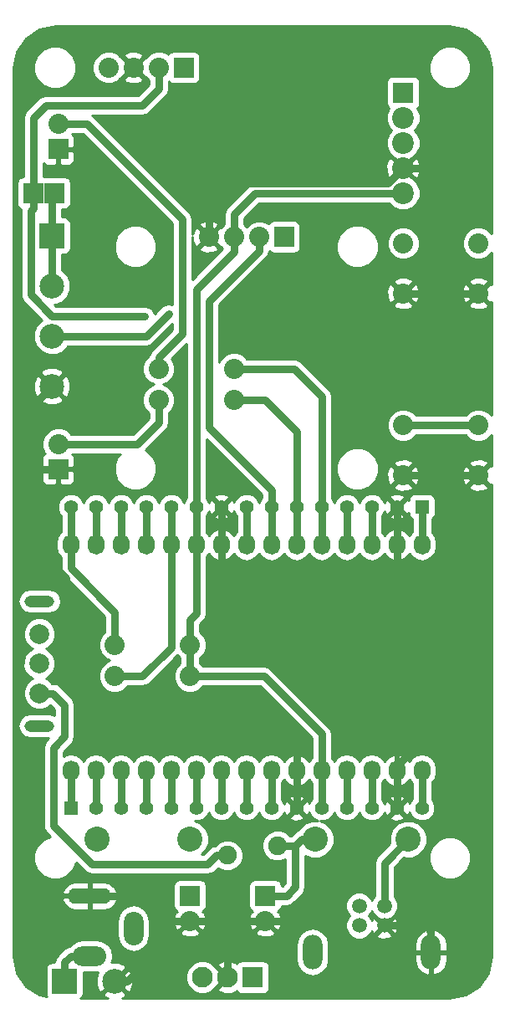
<source format=gbr>
G04 #@! TF.FileFunction,Copper,L2,Bot,Signal*
%FSLAX46Y46*%
G04 Gerber Fmt 4.6, Leading zero omitted, Abs format (unit mm)*
G04 Created by KiCad (PCBNEW 4.0.4-stable) date 06/22/17 13:57:42*
%MOMM*%
%LPD*%
G01*
G04 APERTURE LIST*
%ADD10C,0.500000*%
%ADD11C,2.540000*%
%ADD12R,2.032000X2.032000*%
%ADD13C,2.032000*%
%ADD14O,4.399280X1.600200*%
%ADD15O,3.401060X1.998980*%
%ADD16O,1.998980X3.401060*%
%ADD17C,1.905000*%
%ADD18R,2.100580X2.100580*%
%ADD19C,2.199640*%
%ADD20C,1.397000*%
%ADD21R,1.397000X1.397000*%
%ADD22C,2.000000*%
%ADD23O,3.000000X1.200000*%
%ADD24C,2.100580*%
%ADD25R,2.499360X2.499360*%
%ADD26C,2.499360*%
%ADD27O,1.727200X2.032000*%
%ADD28C,1.500000*%
%ADD29O,2.000000X3.500000*%
%ADD30C,0.600000*%
%ADD31C,0.762000*%
%ADD32C,0.254000*%
G04 APERTURE END LIST*
D10*
D11*
X19685000Y19050000D03*
X10287000Y19050000D03*
X32385000Y19050000D03*
X41783000Y19050000D03*
D12*
X19685000Y13335000D03*
D13*
X19685000Y10795000D03*
D12*
X27305000Y13335000D03*
D13*
X27305000Y10795000D03*
D14*
X9525000Y13335000D03*
D15*
X9525000Y7239000D03*
D16*
X13970000Y10033000D03*
D13*
X11430000Y97155000D03*
X13970000Y97155000D03*
X16510000Y97155000D03*
D12*
X19050000Y97155000D03*
D13*
X6350000Y91440000D03*
D12*
X6350000Y88900000D03*
D13*
X6350000Y59055000D03*
D12*
X6350000Y56515000D03*
X29210000Y80010000D03*
D13*
X26670000Y80010000D03*
X24130000Y80010000D03*
X21590000Y80010000D03*
D17*
X28575000Y18415000D03*
X23475000Y17415000D03*
D13*
X24130000Y66675000D03*
X16510000Y66675000D03*
X24130000Y63500000D03*
X16510000Y63500000D03*
X12065000Y35560000D03*
X19685000Y35560000D03*
X12065000Y38735000D03*
X19685000Y38735000D03*
X48895000Y79375000D03*
X48895000Y74295000D03*
X41275000Y79375000D03*
X41275000Y74295000D03*
X48895000Y60960000D03*
X48895000Y55880000D03*
X41275000Y60960000D03*
X41275000Y55880000D03*
D18*
X41275000Y94615000D03*
D19*
X41275000Y92075000D03*
X41275000Y89535000D03*
X41275000Y86995000D03*
X41275000Y84455000D03*
D20*
X43180000Y22225000D03*
X40640000Y22225000D03*
X38100000Y22225000D03*
X35560000Y22225000D03*
X33020000Y22225000D03*
D21*
X7620000Y22225000D03*
D20*
X10160000Y22225000D03*
X12700000Y22225000D03*
X15240000Y22225000D03*
X17780000Y22225000D03*
X20320000Y22225000D03*
X22860000Y22225000D03*
X25400000Y22225000D03*
X27940000Y22225000D03*
X30480000Y22225000D03*
X7620000Y52705000D03*
X10160000Y52705000D03*
X12700000Y52705000D03*
X15240000Y52705000D03*
X17780000Y52705000D03*
D21*
X43180000Y52705000D03*
D20*
X40640000Y52705000D03*
X38100000Y52705000D03*
X35560000Y52705000D03*
X33020000Y52705000D03*
X30480000Y52705000D03*
X27940000Y52705000D03*
X25400000Y52705000D03*
X22860000Y52705000D03*
X20320000Y52705000D03*
D22*
X4419600Y36837620D03*
X4445000Y33830000D03*
X4445000Y39830000D03*
D23*
X4445000Y30530000D03*
X4445000Y43130000D03*
D24*
X23495000Y5080000D03*
X20955000Y5080000D03*
D18*
X26035000Y5080000D03*
D12*
X3810000Y84455000D03*
X5969000Y84455000D03*
D25*
X5715000Y80137000D03*
D26*
X5715000Y75057000D03*
X5715000Y69977000D03*
X5715000Y64897000D03*
D27*
X7620000Y26035000D03*
X10160000Y26035000D03*
X12700000Y26035000D03*
X15240000Y26035000D03*
X17780000Y26035000D03*
X20320000Y26035000D03*
X22860000Y26035000D03*
X25400000Y26035000D03*
X27940000Y26035000D03*
X30480000Y26035000D03*
X33020000Y26035000D03*
X35560000Y26035000D03*
X38100000Y26035000D03*
X40640000Y26035000D03*
X43180000Y26035000D03*
X7620000Y48895000D03*
X38100000Y48895000D03*
X40640000Y48895000D03*
X35560000Y48895000D03*
X20320000Y48895000D03*
X17780000Y48895000D03*
X22860000Y48895000D03*
X43180000Y48895000D03*
X27940000Y48895000D03*
X25400000Y48895000D03*
X30480000Y48895000D03*
X33020000Y48895000D03*
X12700000Y48895000D03*
X15240000Y48895000D03*
X10160000Y48895000D03*
D28*
X39370000Y12319000D03*
X36830000Y12319000D03*
X36830000Y10320020D03*
X39370000Y10320020D03*
D29*
X44099480Y7620000D03*
X32100520Y7620000D03*
D25*
X6985000Y4699000D03*
D26*
X12065000Y4699000D03*
D30*
X15113000Y72009000D03*
X17526000Y72263000D03*
D31*
X6985000Y4699000D02*
X6985000Y6604000D01*
X7620000Y7239000D02*
X9525000Y7239000D01*
X6985000Y6604000D02*
X7620000Y7239000D01*
X27305000Y13335000D02*
X29464000Y13335000D01*
X30353000Y14224000D02*
X30353000Y18415000D01*
X29464000Y13335000D02*
X30353000Y14224000D01*
X32385000Y19050000D02*
X30988000Y19050000D01*
X30353000Y18415000D02*
X28575000Y18415000D01*
X30988000Y19050000D02*
X30353000Y18415000D01*
X39370000Y12319000D02*
X39370000Y16637000D01*
X39370000Y16637000D02*
X41783000Y19050000D01*
X5842000Y21082000D02*
X5842000Y20447000D01*
X5842000Y20447000D02*
X8128000Y18161000D01*
X23475000Y17415000D02*
X22368000Y17415000D01*
X5794000Y33830000D02*
X4445000Y33830000D01*
X6985000Y32639000D02*
X5794000Y33830000D01*
X6985000Y29464000D02*
X6985000Y32639000D01*
X5842000Y28321000D02*
X6985000Y29464000D01*
X5842000Y21082000D02*
X5842000Y28321000D01*
X9779000Y16510000D02*
X8128000Y18161000D01*
X21463000Y16510000D02*
X9779000Y16510000D01*
X22368000Y17415000D02*
X21463000Y16510000D01*
X3810000Y84455000D02*
X3810000Y92075000D01*
X3810000Y92075000D02*
X5080000Y93345000D01*
X5080000Y93345000D02*
X14859000Y93345000D01*
X14859000Y93345000D02*
X16510000Y94996000D01*
X16510000Y94996000D02*
X16510000Y97155000D01*
X3810000Y82931000D02*
X3556000Y82677000D01*
X3556000Y82677000D02*
X3556000Y74168000D01*
X3556000Y74168000D02*
X5715000Y72009000D01*
X5715000Y72009000D02*
X15113000Y72009000D01*
X3810000Y82931000D02*
X3810000Y84455000D01*
X43180000Y22225000D02*
X43180000Y25400000D01*
X12065000Y4699000D02*
X13335000Y4699000D01*
X17145000Y8509000D02*
X17145000Y10795000D01*
X13335000Y4699000D02*
X17145000Y8509000D01*
X21590000Y80010000D02*
X21590000Y81661000D01*
X39751000Y85471000D02*
X41275000Y86995000D01*
X25400000Y85471000D02*
X39751000Y85471000D01*
X21590000Y81661000D02*
X25400000Y85471000D01*
X46609000Y74295000D02*
X46609000Y84328000D01*
X43942000Y86995000D02*
X41275000Y86995000D01*
X46609000Y84328000D02*
X43942000Y86995000D01*
X46609000Y42926000D02*
X46609000Y55880000D01*
X6350000Y56515000D02*
X3683000Y56515000D01*
X3683000Y56515000D02*
X3556000Y56515000D01*
X3556000Y56515000D02*
X3683000Y56515000D01*
X3683000Y53086000D02*
X3683000Y56515000D01*
X3683000Y56515000D02*
X3683000Y62865000D01*
X3683000Y62865000D02*
X5715000Y64897000D01*
X30480000Y25400000D02*
X30480000Y29083000D01*
X3683000Y48895000D02*
X3683000Y53086000D01*
X7112000Y45466000D02*
X3683000Y48895000D01*
X7112000Y37846000D02*
X7112000Y45466000D01*
X12065000Y32893000D02*
X7112000Y37846000D01*
X26670000Y32893000D02*
X12065000Y32893000D01*
X30480000Y29083000D02*
X26670000Y32893000D01*
X40640000Y25400000D02*
X40640000Y26543000D01*
X42164000Y28067000D02*
X46609000Y28067000D01*
X40640000Y26543000D02*
X42164000Y28067000D01*
X5715000Y64897000D02*
X5715000Y64516000D01*
X40640000Y48260000D02*
X40640000Y42926000D01*
X40640000Y42926000D02*
X40640000Y43307000D01*
X40640000Y43307000D02*
X40640000Y42926000D01*
X46609000Y42926000D02*
X40640000Y42926000D01*
X40640000Y42926000D02*
X25654000Y42926000D01*
X25654000Y42926000D02*
X22860000Y45720000D01*
X22860000Y45720000D02*
X22860000Y48260000D01*
X46609000Y42926000D02*
X46609000Y30480000D01*
X46609000Y30480000D02*
X46609000Y28067000D01*
X46609000Y28067000D02*
X46609000Y24384000D01*
X46609000Y24384000D02*
X49784000Y21209000D01*
X49784000Y21209000D02*
X49784000Y13335000D01*
X49784000Y13335000D02*
X46769020Y10320020D01*
X46769020Y10320020D02*
X43527980Y10320020D01*
X41275000Y55880000D02*
X46609000Y55880000D01*
X46609000Y55880000D02*
X48895000Y55880000D01*
X41275000Y74295000D02*
X46609000Y74295000D01*
X46609000Y74295000D02*
X48895000Y74295000D01*
X40640000Y48260000D02*
X40640000Y52070000D01*
X22860000Y52070000D02*
X22860000Y48260000D01*
X40640000Y22225000D02*
X40640000Y25400000D01*
X30480000Y22225000D02*
X30480000Y25400000D01*
X9525000Y13335000D02*
X14605000Y13335000D01*
X17145000Y10795000D02*
X19685000Y10795000D01*
X14605000Y13335000D02*
X17145000Y10795000D01*
X27305000Y10795000D02*
X33147000Y10795000D01*
X41783000Y9017000D02*
X41783000Y10320020D01*
X40894000Y8128000D02*
X41783000Y9017000D01*
X35814000Y8128000D02*
X40894000Y8128000D01*
X33147000Y10795000D02*
X35814000Y8128000D01*
X23495000Y5080000D02*
X23495000Y10795000D01*
X23495000Y10795000D02*
X23495000Y10668000D01*
X23495000Y10668000D02*
X23495000Y10795000D01*
X19685000Y10795000D02*
X23495000Y10795000D01*
X23495000Y10795000D02*
X27305000Y10795000D01*
X44099480Y7620000D02*
X44099480Y9748520D01*
X44099480Y9748520D02*
X43527980Y10320020D01*
X43527980Y10320020D02*
X41783000Y10320020D01*
X41783000Y10320020D02*
X39370000Y10320020D01*
X24130000Y63500000D02*
X27305000Y63500000D01*
X30480000Y60325000D02*
X30480000Y52070000D01*
X27305000Y63500000D02*
X30480000Y60325000D01*
X30480000Y52070000D02*
X30480000Y48260000D01*
X16510000Y66675000D02*
X16510000Y67818000D01*
X18923000Y81788000D02*
X16510000Y84201000D01*
X18923000Y70231000D02*
X18923000Y81788000D01*
X16510000Y67818000D02*
X18923000Y70231000D01*
X6350000Y91440000D02*
X9271000Y91440000D01*
X9271000Y91440000D02*
X16510000Y84201000D01*
X6350000Y59055000D02*
X14351000Y59055000D01*
X16510000Y61214000D02*
X16510000Y63500000D01*
X14351000Y59055000D02*
X16510000Y61214000D01*
X25400000Y52070000D02*
X25400000Y48260000D01*
X26670000Y80010000D02*
X26670000Y78613000D01*
X27940000Y54356000D02*
X27940000Y52070000D01*
X21590000Y60706000D02*
X27940000Y54356000D01*
X21590000Y73533000D02*
X21590000Y60706000D01*
X26670000Y78613000D02*
X21590000Y73533000D01*
X27940000Y52070000D02*
X27940000Y48260000D01*
X24130000Y80010000D02*
X24130000Y82296000D01*
X24130000Y82296000D02*
X26289000Y84455000D01*
X33020000Y25400000D02*
X33020000Y29718000D01*
X27178000Y35560000D02*
X19685000Y35560000D01*
X33020000Y29718000D02*
X27178000Y35560000D01*
X20320000Y52070000D02*
X20320000Y74676000D01*
X24130000Y78486000D02*
X24130000Y80010000D01*
X20320000Y74676000D02*
X24130000Y78486000D01*
X26289000Y84455000D02*
X41275000Y84455000D01*
X19685000Y38735000D02*
X19685000Y41275000D01*
X20320000Y41910000D02*
X20320000Y48260000D01*
X19685000Y41275000D02*
X20320000Y41910000D01*
X19685000Y35560000D02*
X19685000Y38735000D01*
X43180000Y48260000D02*
X43180000Y52070000D01*
X20320000Y52070000D02*
X20320000Y48260000D01*
X33020000Y22225000D02*
X33020000Y25400000D01*
X10160000Y48260000D02*
X10160000Y52070000D01*
X12700000Y48260000D02*
X12700000Y52070000D01*
X15240000Y48260000D02*
X15240000Y52070000D01*
X35560000Y22225000D02*
X35560000Y25400000D01*
X7620000Y22225000D02*
X7620000Y25400000D01*
X10160000Y22225000D02*
X10160000Y25400000D01*
X12700000Y22225000D02*
X12700000Y25400000D01*
X15240000Y22225000D02*
X15240000Y25400000D01*
X17780000Y22225000D02*
X17780000Y25400000D01*
X20320000Y22225000D02*
X20320000Y25400000D01*
X22860000Y22225000D02*
X22860000Y25400000D01*
X25400000Y22225000D02*
X25400000Y25400000D01*
X27940000Y22225000D02*
X27940000Y25400000D01*
X41275000Y60960000D02*
X48895000Y60960000D01*
X12065000Y35560000D02*
X14859000Y35560000D01*
X14859000Y35560000D02*
X17780000Y38481000D01*
X17780000Y38481000D02*
X17780000Y48260000D01*
X17780000Y52070000D02*
X17780000Y48260000D01*
X38100000Y48260000D02*
X38100000Y52070000D01*
X35560000Y48260000D02*
X35560000Y52070000D01*
X33020000Y52070000D02*
X33020000Y63881000D01*
X30226000Y66675000D02*
X24130000Y66675000D01*
X33020000Y63881000D02*
X30226000Y66675000D01*
X33020000Y52070000D02*
X33020000Y48260000D01*
X12065000Y38735000D02*
X12065000Y42037000D01*
X12065000Y42037000D02*
X7620000Y46482000D01*
X7620000Y46482000D02*
X7620000Y48260000D01*
X12065000Y38735000D02*
X12065000Y39116000D01*
X7620000Y48260000D02*
X7620000Y52070000D01*
X38100000Y22225000D02*
X38100000Y25400000D01*
X13335000Y69977000D02*
X15240000Y69977000D01*
X15240000Y69977000D02*
X17526000Y72263000D01*
X13335000Y69977000D02*
X5715000Y69977000D01*
X5715000Y80137000D02*
X5715000Y84201000D01*
X5715000Y84201000D02*
X5969000Y84455000D01*
X5715000Y75057000D02*
X5715000Y80137000D01*
D32*
G36*
X47623123Y101038945D02*
X48985580Y100128581D01*
X49895945Y98766125D01*
X50231000Y97081686D01*
X50231000Y80373574D01*
X49831437Y80773834D01*
X49224845Y81025713D01*
X48568037Y81026286D01*
X47961005Y80775466D01*
X47496166Y80311437D01*
X47244287Y79704845D01*
X47243714Y79048037D01*
X47494534Y78441005D01*
X47958563Y77976166D01*
X48565155Y77724287D01*
X49221963Y77723714D01*
X49828995Y77974534D01*
X50231000Y78375838D01*
X50231000Y75215088D01*
X50059107Y75279502D01*
X49074605Y74295000D01*
X50059107Y73310498D01*
X50231000Y73374912D01*
X50231000Y61958574D01*
X49831437Y62358834D01*
X49224845Y62610713D01*
X48568037Y62611286D01*
X47961005Y62360466D01*
X47575868Y61976000D01*
X42593604Y61976000D01*
X42211437Y62358834D01*
X41604845Y62610713D01*
X40948037Y62611286D01*
X40341005Y62360466D01*
X39876166Y61896437D01*
X39624287Y61289845D01*
X39623714Y60633037D01*
X39874534Y60026005D01*
X40338563Y59561166D01*
X40945155Y59309287D01*
X41601963Y59308714D01*
X42208995Y59559534D01*
X42594132Y59944000D01*
X47576396Y59944000D01*
X47958563Y59561166D01*
X48565155Y59309287D01*
X49221963Y59308714D01*
X49828995Y59559534D01*
X50231000Y59960838D01*
X50231000Y56800088D01*
X50059107Y56864502D01*
X49074605Y55880000D01*
X50059107Y54895498D01*
X50231000Y54959912D01*
X50231000Y7236314D01*
X49895945Y5551875D01*
X48985580Y4189419D01*
X47623123Y3279055D01*
X45938686Y2944000D01*
X12777501Y2944000D01*
X13089275Y3073141D01*
X13218483Y3365911D01*
X12065000Y4519395D01*
X10911517Y3365911D01*
X11040725Y3073141D01*
X11377843Y2944000D01*
X8622048Y2944000D01*
X8686121Y2985230D01*
X8831111Y3197430D01*
X8882120Y3449320D01*
X8882120Y5604510D01*
X10271796Y5604510D01*
X10403696Y5630746D01*
X10170929Y5023117D01*
X10191072Y4273616D01*
X10439141Y3674725D01*
X10731911Y3545517D01*
X11885395Y4699000D01*
X12244605Y4699000D01*
X13398089Y3545517D01*
X13690859Y3674725D01*
X13959071Y4374883D01*
X13949091Y4746246D01*
X19269418Y4746246D01*
X19525447Y4126607D01*
X19999113Y3652114D01*
X20618304Y3395003D01*
X21288754Y3394418D01*
X21908393Y3650447D01*
X22382886Y4124113D01*
X22399487Y4164092D01*
X23315395Y5080000D01*
X22400432Y5994963D01*
X22384553Y6033393D01*
X22149444Y6268913D01*
X22485692Y6268913D01*
X23495000Y5259605D01*
X23509143Y5273747D01*
X23688748Y5094142D01*
X23674605Y5080000D01*
X23688748Y5065857D01*
X23509143Y4886252D01*
X23495000Y4900395D01*
X22485692Y3891087D01*
X22590513Y3619014D01*
X23218458Y3384093D01*
X23888504Y3407358D01*
X24399487Y3619014D01*
X24435032Y3711276D01*
X24520620Y3578269D01*
X24732820Y3433279D01*
X24984710Y3382270D01*
X27085290Y3382270D01*
X27320607Y3426548D01*
X27536731Y3565620D01*
X27681721Y3777820D01*
X27732730Y4029710D01*
X27732730Y6130290D01*
X27688452Y6365607D01*
X27549380Y6581731D01*
X27337180Y6726721D01*
X27085290Y6777730D01*
X24984710Y6777730D01*
X24749393Y6733452D01*
X24533269Y6594380D01*
X24434569Y6449928D01*
X24399487Y6540986D01*
X23771542Y6775907D01*
X23101496Y6752642D01*
X22590513Y6540986D01*
X22485692Y6268913D01*
X22149444Y6268913D01*
X21910887Y6507886D01*
X21291696Y6764997D01*
X20621246Y6765582D01*
X20001607Y6509553D01*
X19527114Y6035887D01*
X19270003Y5416696D01*
X19269418Y4746246D01*
X13949091Y4746246D01*
X13938928Y5124384D01*
X13690859Y5723275D01*
X13398089Y5852483D01*
X12244605Y4699000D01*
X11885395Y4699000D01*
X11871252Y4713142D01*
X12050858Y4892748D01*
X12065000Y4878605D01*
X13218483Y6032089D01*
X13089275Y6324859D01*
X12389117Y6593071D01*
X11756859Y6576079D01*
X11781868Y6613508D01*
X11906286Y7239000D01*
X11781868Y7864492D01*
X11427555Y8394759D01*
X10897288Y8749072D01*
X10271796Y8873490D01*
X8778204Y8873490D01*
X8152712Y8749072D01*
X7622445Y8394759D01*
X7515122Y8234139D01*
X7231193Y8177662D01*
X6901580Y7957421D01*
X6266580Y7322420D01*
X6046338Y6992807D01*
X6046338Y6992806D01*
X5969000Y6604000D01*
X5969000Y6596120D01*
X5735320Y6596120D01*
X5500003Y6551842D01*
X5283879Y6412770D01*
X5138889Y6200570D01*
X5087880Y5948680D01*
X5087880Y3449320D01*
X5132158Y3214003D01*
X5190320Y3123616D01*
X4408875Y3279055D01*
X3046419Y4189420D01*
X2136055Y5551877D01*
X1801000Y7236314D01*
X1801000Y10779796D01*
X12335510Y10779796D01*
X12335510Y9286204D01*
X12459928Y8660712D01*
X12814241Y8130445D01*
X13344508Y7776132D01*
X13970000Y7651714D01*
X14595492Y7776132D01*
X15125759Y8130445D01*
X15317045Y8416725D01*
X30465520Y8416725D01*
X30465520Y6823275D01*
X30589977Y6197588D01*
X30944400Y5667155D01*
X31474833Y5312732D01*
X32100520Y5188275D01*
X32726207Y5312732D01*
X33256640Y5667155D01*
X33611063Y6197588D01*
X33735520Y6823275D01*
X33735520Y7493000D01*
X42464480Y7493000D01*
X42464480Y6743000D01*
X42637538Y6126980D01*
X43033163Y5624078D01*
X43591125Y5310856D01*
X43719046Y5279876D01*
X43972480Y5399223D01*
X43972480Y7493000D01*
X44226480Y7493000D01*
X44226480Y5399223D01*
X44479914Y5279876D01*
X44607835Y5310856D01*
X45165797Y5624078D01*
X45561422Y6126980D01*
X45734480Y6743000D01*
X45734480Y7493000D01*
X44226480Y7493000D01*
X43972480Y7493000D01*
X42464480Y7493000D01*
X33735520Y7493000D01*
X33735520Y8416725D01*
X33719553Y8497000D01*
X42464480Y8497000D01*
X42464480Y7747000D01*
X43972480Y7747000D01*
X43972480Y9840777D01*
X44226480Y9840777D01*
X44226480Y7747000D01*
X45734480Y7747000D01*
X45734480Y8497000D01*
X45561422Y9113020D01*
X45165797Y9615922D01*
X44607835Y9929144D01*
X44479914Y9960124D01*
X44226480Y9840777D01*
X43972480Y9840777D01*
X43719046Y9960124D01*
X43591125Y9929144D01*
X43033163Y9615922D01*
X42637538Y9113020D01*
X42464480Y8497000D01*
X33719553Y8497000D01*
X33611063Y9042412D01*
X33256640Y9572845D01*
X32726207Y9927268D01*
X32100520Y10051725D01*
X31474833Y9927268D01*
X30944400Y9572845D01*
X30589977Y9042412D01*
X30465520Y8416725D01*
X15317045Y8416725D01*
X15480072Y8660712D01*
X15604490Y9286204D01*
X15604490Y9630893D01*
X18700498Y9630893D01*
X18801120Y9362378D01*
X19416642Y9133184D01*
X20073019Y9156986D01*
X20568880Y9362378D01*
X20669502Y9630893D01*
X26320498Y9630893D01*
X26421120Y9362378D01*
X27036642Y9133184D01*
X27693019Y9156986D01*
X28188880Y9362378D01*
X28289502Y9630893D01*
X27305000Y10615395D01*
X26320498Y9630893D01*
X20669502Y9630893D01*
X19685000Y10615395D01*
X18700498Y9630893D01*
X15604490Y9630893D01*
X15604490Y10779796D01*
X15480072Y11405288D01*
X15125759Y11935555D01*
X14595492Y12289868D01*
X13970000Y12414286D01*
X13344508Y12289868D01*
X12814241Y11935555D01*
X12459928Y11405288D01*
X12335510Y10779796D01*
X1801000Y10779796D01*
X1801000Y12985945D01*
X6733457Y12985945D01*
X6750999Y12903143D01*
X7020888Y12410033D01*
X7458938Y12057741D01*
X7998460Y11899900D01*
X9398000Y11899900D01*
X9398000Y13208000D01*
X9652000Y13208000D01*
X9652000Y11899900D01*
X11051540Y11899900D01*
X11591062Y12057741D01*
X12029112Y12410033D01*
X12299001Y12903143D01*
X12316543Y12985945D01*
X12194556Y13208000D01*
X9652000Y13208000D01*
X9398000Y13208000D01*
X6855444Y13208000D01*
X6733457Y12985945D01*
X1801000Y12985945D01*
X1801000Y13684055D01*
X6733457Y13684055D01*
X6855444Y13462000D01*
X9398000Y13462000D01*
X9398000Y14770100D01*
X9652000Y14770100D01*
X9652000Y13462000D01*
X12194556Y13462000D01*
X12316543Y13684055D01*
X12299001Y13766857D01*
X12029112Y14259967D01*
X11915919Y14351000D01*
X18021560Y14351000D01*
X18021560Y12319000D01*
X18065838Y12083683D01*
X18204910Y11867559D01*
X18400057Y11734221D01*
X18252378Y11678880D01*
X18023184Y11063358D01*
X18046986Y10406981D01*
X18252378Y9911120D01*
X18520893Y9810498D01*
X19505395Y10795000D01*
X19491253Y10809142D01*
X19670858Y10988747D01*
X19685000Y10974605D01*
X19699143Y10988747D01*
X19878748Y10809142D01*
X19864605Y10795000D01*
X20849107Y9810498D01*
X21117622Y9911120D01*
X21346816Y10526642D01*
X21323014Y11183019D01*
X21117622Y11678880D01*
X20966746Y11735419D01*
X21152441Y11854910D01*
X21297431Y12067110D01*
X21348440Y12319000D01*
X21348440Y14351000D01*
X21304162Y14586317D01*
X21165090Y14802441D01*
X20952890Y14947431D01*
X20701000Y14998440D01*
X18669000Y14998440D01*
X18433683Y14954162D01*
X18217559Y14815090D01*
X18072569Y14602890D01*
X18021560Y14351000D01*
X11915919Y14351000D01*
X11591062Y14612259D01*
X11051540Y14770100D01*
X9652000Y14770100D01*
X9398000Y14770100D01*
X7998460Y14770100D01*
X7458938Y14612259D01*
X7020888Y14259967D01*
X6750999Y13766857D01*
X6733457Y13684055D01*
X1801000Y13684055D01*
X1801000Y30530000D01*
X2268173Y30530000D01*
X2362182Y30057386D01*
X2629896Y29656723D01*
X3030559Y29389009D01*
X3503173Y29295000D01*
X5379160Y29295000D01*
X5123580Y29039420D01*
X4903338Y28709807D01*
X4903338Y28709806D01*
X4826000Y28321000D01*
X4826000Y20447000D01*
X4886402Y20143338D01*
X4903338Y20058193D01*
X5123580Y19728580D01*
X5568139Y19284021D01*
X4808200Y18970020D01*
X4207091Y18369959D01*
X3881372Y17585541D01*
X3880630Y16736185D01*
X4204980Y15951200D01*
X4805041Y15350091D01*
X5589459Y15024372D01*
X6438815Y15023630D01*
X7223800Y15347980D01*
X7824909Y15948041D01*
X8141554Y16710606D01*
X9060580Y15791579D01*
X9390193Y15571338D01*
X9779000Y15494000D01*
X21463000Y15494000D01*
X21787300Y15558507D01*
X21851807Y15571338D01*
X22181420Y15791580D01*
X22517244Y16127403D01*
X22574579Y16069968D01*
X23157841Y15827776D01*
X23789388Y15827225D01*
X24373072Y16068398D01*
X24820032Y16514579D01*
X25062224Y17097841D01*
X25062775Y17729388D01*
X24821602Y18313072D01*
X24375421Y18760032D01*
X23792159Y19002224D01*
X23160612Y19002775D01*
X22576928Y18761602D01*
X22215327Y18400632D01*
X21979194Y18353662D01*
X21979192Y18353661D01*
X21979193Y18353661D01*
X21649579Y18133420D01*
X21042160Y17526000D01*
X20854769Y17526000D01*
X21299039Y17969495D01*
X21589668Y18669410D01*
X21590330Y19427265D01*
X21300922Y20127686D01*
X20765505Y20664039D01*
X20217502Y20891589D01*
X20584086Y20891269D01*
X21074380Y21093854D01*
X21449827Y21468647D01*
X21590094Y21806446D01*
X21728854Y21470620D01*
X22103647Y21095173D01*
X22593587Y20891732D01*
X23124086Y20891269D01*
X23614380Y21093854D01*
X23989827Y21468647D01*
X24130094Y21806446D01*
X24268854Y21470620D01*
X24643647Y21095173D01*
X25133587Y20891732D01*
X25664086Y20891269D01*
X26154380Y21093854D01*
X26529827Y21468647D01*
X26670094Y21806446D01*
X26808854Y21470620D01*
X27183647Y21095173D01*
X27673587Y20891732D01*
X28204086Y20891269D01*
X28694380Y21093854D01*
X28891681Y21290812D01*
X29725417Y21290812D01*
X29787071Y21055200D01*
X30287480Y20879073D01*
X30817199Y20907852D01*
X31172929Y21055200D01*
X31234583Y21290812D01*
X30480000Y22045395D01*
X29725417Y21290812D01*
X28891681Y21290812D01*
X29069827Y21468647D01*
X29203314Y21790118D01*
X29310200Y21532071D01*
X29545812Y21470417D01*
X30300395Y22225000D01*
X29545812Y22979583D01*
X29310200Y22917929D01*
X29211917Y22638688D01*
X29071146Y22979380D01*
X28956000Y23094727D01*
X28956000Y23159188D01*
X29725417Y23159188D01*
X30480000Y22404605D01*
X31234583Y23159188D01*
X31172929Y23394800D01*
X30672520Y23570927D01*
X30142801Y23542148D01*
X29787071Y23394800D01*
X29725417Y23159188D01*
X28956000Y23159188D01*
X28956000Y24761406D01*
X28999670Y24790585D01*
X29206461Y25100069D01*
X29577964Y24684268D01*
X30105209Y24430291D01*
X30120974Y24427642D01*
X30353000Y24548783D01*
X30353000Y25908000D01*
X30333000Y25908000D01*
X30333000Y26162000D01*
X30353000Y26162000D01*
X30353000Y27521217D01*
X30120974Y27642358D01*
X30105209Y27639709D01*
X29577964Y27385732D01*
X29206461Y26969931D01*
X28999670Y27279415D01*
X28513489Y27604271D01*
X27940000Y27718345D01*
X27366511Y27604271D01*
X26880330Y27279415D01*
X26670000Y26964634D01*
X26459670Y27279415D01*
X25973489Y27604271D01*
X25400000Y27718345D01*
X24826511Y27604271D01*
X24340330Y27279415D01*
X24130000Y26964634D01*
X23919670Y27279415D01*
X23433489Y27604271D01*
X22860000Y27718345D01*
X22286511Y27604271D01*
X21800330Y27279415D01*
X21590000Y26964634D01*
X21379670Y27279415D01*
X20893489Y27604271D01*
X20320000Y27718345D01*
X19746511Y27604271D01*
X19260330Y27279415D01*
X19050000Y26964634D01*
X18839670Y27279415D01*
X18353489Y27604271D01*
X17780000Y27718345D01*
X17206511Y27604271D01*
X16720330Y27279415D01*
X16510000Y26964634D01*
X16299670Y27279415D01*
X15813489Y27604271D01*
X15240000Y27718345D01*
X14666511Y27604271D01*
X14180330Y27279415D01*
X13970000Y26964634D01*
X13759670Y27279415D01*
X13273489Y27604271D01*
X12700000Y27718345D01*
X12126511Y27604271D01*
X11640330Y27279415D01*
X11430000Y26964634D01*
X11219670Y27279415D01*
X10733489Y27604271D01*
X10160000Y27718345D01*
X9586511Y27604271D01*
X9100330Y27279415D01*
X8890000Y26964634D01*
X8679670Y27279415D01*
X8193489Y27604271D01*
X7620000Y27718345D01*
X7046511Y27604271D01*
X6858000Y27478312D01*
X6858000Y27900160D01*
X7703420Y28745579D01*
X7923662Y29075193D01*
X7936493Y29139700D01*
X8001000Y29464000D01*
X8001000Y32639000D01*
X7923662Y33027806D01*
X7850581Y33137179D01*
X7703420Y33357421D01*
X6512420Y34548420D01*
X6182807Y34768662D01*
X6118300Y34781493D01*
X5794000Y34846000D01*
X5740996Y34846000D01*
X5372363Y35215278D01*
X5074277Y35339054D01*
X5344543Y35450726D01*
X5804878Y35910257D01*
X6054316Y36510972D01*
X6054884Y37161415D01*
X5806494Y37762563D01*
X5346963Y38222898D01*
X5092610Y38328514D01*
X5369943Y38443106D01*
X5830278Y38902637D01*
X6079716Y39503352D01*
X6080284Y40153795D01*
X5831894Y40754943D01*
X5372363Y41215278D01*
X4771648Y41464716D01*
X4121205Y41465284D01*
X3520057Y41216894D01*
X3059722Y40757363D01*
X2810284Y40156648D01*
X2809716Y39506205D01*
X3058106Y38905057D01*
X3517637Y38444722D01*
X3771990Y38339106D01*
X3494657Y38224514D01*
X3034322Y37764983D01*
X2784884Y37164268D01*
X2784316Y36513825D01*
X3032706Y35912677D01*
X3492237Y35452342D01*
X3790323Y35328566D01*
X3520057Y35216894D01*
X3059722Y34757363D01*
X2810284Y34156648D01*
X2809716Y33506205D01*
X3058106Y32905057D01*
X3517637Y32444722D01*
X4118352Y32195284D01*
X4768795Y32194716D01*
X5369943Y32443106D01*
X5557162Y32629998D01*
X5969000Y32218159D01*
X5969000Y31597786D01*
X5859441Y31670991D01*
X5386827Y31765000D01*
X3503173Y31765000D01*
X3030559Y31670991D01*
X2629896Y31403277D01*
X2362182Y31002614D01*
X2268173Y30530000D01*
X1801000Y30530000D01*
X1801000Y43130000D01*
X2268173Y43130000D01*
X2362182Y42657386D01*
X2629896Y42256723D01*
X3030559Y41989009D01*
X3503173Y41895000D01*
X5386827Y41895000D01*
X5859441Y41989009D01*
X6260104Y42256723D01*
X6527818Y42657386D01*
X6621827Y43130000D01*
X6527818Y43602614D01*
X6260104Y44003277D01*
X5859441Y44270991D01*
X5386827Y44365000D01*
X3503173Y44365000D01*
X3030559Y44270991D01*
X2629896Y44003277D01*
X2362182Y43602614D01*
X2268173Y43130000D01*
X1801000Y43130000D01*
X1801000Y56229250D01*
X4699000Y56229250D01*
X4699000Y55372691D01*
X4795673Y55139302D01*
X4974301Y54960673D01*
X5207690Y54864000D01*
X6064250Y54864000D01*
X6223000Y55022750D01*
X6223000Y56388000D01*
X6477000Y56388000D01*
X6477000Y55022750D01*
X6635750Y54864000D01*
X7492310Y54864000D01*
X7725699Y54960673D01*
X7904327Y55139302D01*
X8001000Y55372691D01*
X8001000Y56229250D01*
X7842250Y56388000D01*
X6477000Y56388000D01*
X6223000Y56388000D01*
X4857750Y56388000D01*
X4699000Y56229250D01*
X1801000Y56229250D01*
X1801000Y63563911D01*
X4561517Y63563911D01*
X4690725Y63271141D01*
X5390883Y63002929D01*
X6140384Y63023072D01*
X6739275Y63271141D01*
X6868483Y63563911D01*
X5715000Y64717395D01*
X4561517Y63563911D01*
X1801000Y63563911D01*
X1801000Y65221117D01*
X3820929Y65221117D01*
X3841072Y64471616D01*
X4089141Y63872725D01*
X4381911Y63743517D01*
X5535395Y64897000D01*
X5894605Y64897000D01*
X7048089Y63743517D01*
X7340859Y63872725D01*
X7609071Y64572883D01*
X7588928Y65322384D01*
X7340859Y65921275D01*
X7048089Y66050483D01*
X5894605Y64897000D01*
X5535395Y64897000D01*
X4381911Y66050483D01*
X4089141Y65921275D01*
X3820929Y65221117D01*
X1801000Y65221117D01*
X1801000Y66230089D01*
X4561517Y66230089D01*
X5715000Y65076605D01*
X6868483Y66230089D01*
X6739275Y66522859D01*
X6039117Y66791071D01*
X5289616Y66770928D01*
X4690725Y66522859D01*
X4561517Y66230089D01*
X1801000Y66230089D01*
X1801000Y85471000D01*
X2146560Y85471000D01*
X2146560Y83439000D01*
X2190838Y83203683D01*
X2329910Y82987559D01*
X2542110Y82842569D01*
X2571740Y82836569D01*
X2540000Y82677000D01*
X2540000Y74168000D01*
X2575800Y73988021D01*
X2617338Y73779193D01*
X2837580Y73449580D01*
X4693151Y71594008D01*
X4648809Y71575686D01*
X4118178Y71045979D01*
X3830648Y70353531D01*
X3829994Y69603759D01*
X4116314Y68910809D01*
X4646021Y68380178D01*
X5338469Y68092648D01*
X6088241Y68091994D01*
X6781191Y68378314D01*
X7311822Y68908021D01*
X7333821Y68961000D01*
X15240000Y68961000D01*
X15564300Y69025507D01*
X15628807Y69038338D01*
X15958420Y69258580D01*
X17907000Y71207159D01*
X17907000Y70651841D01*
X15791580Y68536420D01*
X15571338Y68206807D01*
X15571338Y68206806D01*
X15537584Y68037112D01*
X15111166Y67611437D01*
X14859287Y67004845D01*
X14858714Y66348037D01*
X15109534Y65741005D01*
X15573563Y65276166D01*
X16028291Y65087346D01*
X15576005Y64900466D01*
X15111166Y64436437D01*
X14859287Y63829845D01*
X14858714Y63173037D01*
X15109534Y62566005D01*
X15494000Y62180868D01*
X15494000Y61634841D01*
X13930160Y60071000D01*
X7668604Y60071000D01*
X7286437Y60453834D01*
X6679845Y60705713D01*
X6023037Y60706286D01*
X5416005Y60455466D01*
X4951166Y59991437D01*
X4699287Y59384845D01*
X4698714Y58728037D01*
X4949534Y58121005D01*
X4993276Y58077187D01*
X4974301Y58069327D01*
X4795673Y57890698D01*
X4699000Y57657309D01*
X4699000Y56800750D01*
X4857750Y56642000D01*
X6223000Y56642000D01*
X6223000Y56662000D01*
X6477000Y56662000D01*
X6477000Y56642000D01*
X7842250Y56642000D01*
X8001000Y56800750D01*
X8001000Y57657309D01*
X7904327Y57890698D01*
X7756026Y58039000D01*
X12639653Y58039000D01*
X12341091Y57740959D01*
X12015372Y56956541D01*
X12014630Y56107185D01*
X12338980Y55322200D01*
X12939041Y54721091D01*
X13723459Y54395372D01*
X14572815Y54394630D01*
X15357800Y54718980D01*
X15958909Y55319041D01*
X16284628Y56103459D01*
X16285370Y56952815D01*
X15961020Y57737800D01*
X15360959Y58338909D01*
X15156604Y58423764D01*
X17228420Y60495579D01*
X17448662Y60825193D01*
X17475476Y60960000D01*
X17526000Y61214000D01*
X17526000Y62181396D01*
X17908834Y62563563D01*
X18160713Y63170155D01*
X18161286Y63826963D01*
X17910466Y64433995D01*
X17446437Y64898834D01*
X16991709Y65087654D01*
X17443995Y65274534D01*
X17908834Y65738563D01*
X18160713Y66345155D01*
X18161286Y67001963D01*
X17910466Y67608995D01*
X17824226Y67695386D01*
X19304000Y69175159D01*
X19304000Y53574982D01*
X19190173Y53461353D01*
X19049906Y53123554D01*
X18911146Y53459380D01*
X18536353Y53834827D01*
X18046413Y54038268D01*
X17515914Y54038731D01*
X17025620Y53836146D01*
X16650173Y53461353D01*
X16509906Y53123554D01*
X16371146Y53459380D01*
X15996353Y53834827D01*
X15506413Y54038268D01*
X14975914Y54038731D01*
X14485620Y53836146D01*
X14110173Y53461353D01*
X13969906Y53123554D01*
X13831146Y53459380D01*
X13456353Y53834827D01*
X12966413Y54038268D01*
X12435914Y54038731D01*
X11945620Y53836146D01*
X11570173Y53461353D01*
X11429906Y53123554D01*
X11291146Y53459380D01*
X10916353Y53834827D01*
X10426413Y54038268D01*
X9895914Y54038731D01*
X9405620Y53836146D01*
X9030173Y53461353D01*
X8889906Y53123554D01*
X8751146Y53459380D01*
X8376353Y53834827D01*
X7886413Y54038268D01*
X7355914Y54038731D01*
X6865620Y53836146D01*
X6490173Y53461353D01*
X6286732Y52971413D01*
X6286269Y52440914D01*
X6488854Y51950620D01*
X6604000Y51835273D01*
X6604000Y50168594D01*
X6560330Y50139415D01*
X6235474Y49653234D01*
X6121400Y49079745D01*
X6121400Y48710255D01*
X6235474Y48136766D01*
X6560330Y47650585D01*
X6604000Y47621406D01*
X6604000Y46482000D01*
X6668507Y46157700D01*
X6681338Y46093193D01*
X6901580Y45763580D01*
X11049000Y41616159D01*
X11049000Y40053604D01*
X10666166Y39671437D01*
X10414287Y39064845D01*
X10413714Y38408037D01*
X10664534Y37801005D01*
X11128563Y37336166D01*
X11583291Y37147346D01*
X11131005Y36960466D01*
X10666166Y36496437D01*
X10414287Y35889845D01*
X10413714Y35233037D01*
X10664534Y34626005D01*
X11128563Y34161166D01*
X11735155Y33909287D01*
X12391963Y33908714D01*
X12998995Y34159534D01*
X13384132Y34544000D01*
X14859000Y34544000D01*
X15183300Y34608507D01*
X15247807Y34621338D01*
X15577420Y34841580D01*
X18410580Y37674739D01*
X18669000Y37415868D01*
X18669000Y36878604D01*
X18286166Y36496437D01*
X18034287Y35889845D01*
X18033714Y35233037D01*
X18284534Y34626005D01*
X18748563Y34161166D01*
X19355155Y33909287D01*
X20011963Y33908714D01*
X20618995Y34159534D01*
X21004132Y34544000D01*
X26757160Y34544000D01*
X32004000Y29297159D01*
X32004000Y27308594D01*
X31960330Y27279415D01*
X31753539Y26969931D01*
X31382036Y27385732D01*
X30854791Y27639709D01*
X30839026Y27642358D01*
X30607000Y27521217D01*
X30607000Y26162000D01*
X30627000Y26162000D01*
X30627000Y25908000D01*
X30607000Y25908000D01*
X30607000Y24548783D01*
X30839026Y24427642D01*
X30854791Y24430291D01*
X31382036Y24684268D01*
X31753539Y25100069D01*
X31960330Y24790585D01*
X32004000Y24761406D01*
X32004000Y23094982D01*
X31890173Y22981353D01*
X31756686Y22659882D01*
X31649800Y22917929D01*
X31414188Y22979583D01*
X30659605Y22225000D01*
X31414188Y21470417D01*
X31649800Y21532071D01*
X31748083Y21811312D01*
X31888854Y21470620D01*
X32263647Y21095173D01*
X32601676Y20954811D01*
X32007735Y20955330D01*
X31307314Y20665922D01*
X30770961Y20130505D01*
X30722225Y20013134D01*
X30599193Y19988662D01*
X30269580Y19768421D01*
X29932160Y19431000D01*
X29803880Y19431000D01*
X29475421Y19760032D01*
X28892159Y20002224D01*
X28260612Y20002775D01*
X27676928Y19761602D01*
X27229968Y19315421D01*
X26987776Y18732159D01*
X26987225Y18100612D01*
X27228398Y17516928D01*
X27674579Y17069968D01*
X28257841Y16827776D01*
X28889388Y16827225D01*
X29337000Y17012174D01*
X29337000Y14644841D01*
X29043160Y14351000D01*
X28968440Y14351000D01*
X28924162Y14586317D01*
X28785090Y14802441D01*
X28572890Y14947431D01*
X28321000Y14998440D01*
X26289000Y14998440D01*
X26053683Y14954162D01*
X25837559Y14815090D01*
X25692569Y14602890D01*
X25641560Y14351000D01*
X25641560Y12319000D01*
X25685838Y12083683D01*
X25824910Y11867559D01*
X26020057Y11734221D01*
X25872378Y11678880D01*
X25643184Y11063358D01*
X25666986Y10406981D01*
X25872378Y9911120D01*
X26140893Y9810498D01*
X27125395Y10795000D01*
X27111253Y10809142D01*
X27290858Y10988747D01*
X27305000Y10974605D01*
X27319143Y10988747D01*
X27498748Y10809142D01*
X27484605Y10795000D01*
X28469107Y9810498D01*
X28737622Y9911120D01*
X28966816Y10526642D01*
X28943014Y11183019D01*
X28737622Y11678880D01*
X28586746Y11735419D01*
X28772441Y11854910D01*
X28902129Y12044715D01*
X35444760Y12044715D01*
X35655169Y11535485D01*
X35870803Y11319475D01*
X35656539Y11105584D01*
X35445241Y10596722D01*
X35444760Y10045735D01*
X35655169Y9536505D01*
X36044436Y9146559D01*
X36553298Y8935261D01*
X37104285Y8934780D01*
X37613515Y9145189D01*
X37817183Y9348503D01*
X38578088Y9348503D01*
X38646077Y9107560D01*
X39165171Y8922819D01*
X39715448Y8950790D01*
X40093923Y9107560D01*
X40161912Y9348503D01*
X39370000Y10140415D01*
X38578088Y9348503D01*
X37817183Y9348503D01*
X38003461Y9534456D01*
X38093377Y9750999D01*
X38157540Y9596097D01*
X38398483Y9528108D01*
X39190395Y10320020D01*
X39549605Y10320020D01*
X40341517Y9528108D01*
X40582460Y9596097D01*
X40767201Y10115191D01*
X40739230Y10665468D01*
X40582460Y11043943D01*
X40341517Y11111932D01*
X39549605Y10320020D01*
X39190395Y10320020D01*
X38398483Y11111932D01*
X38157540Y11043943D01*
X38098268Y10877399D01*
X38004831Y11103535D01*
X37789197Y11319545D01*
X38003461Y11533436D01*
X38099976Y11765870D01*
X38195169Y11535485D01*
X38584436Y11145539D01*
X38823250Y11046375D01*
X39370000Y10499625D01*
X39916690Y11046315D01*
X40153515Y11144169D01*
X40543461Y11533436D01*
X40754759Y12042298D01*
X40755240Y12593285D01*
X40544831Y13102515D01*
X40386000Y13261623D01*
X40386000Y16216160D01*
X40906025Y16736185D01*
X43880630Y16736185D01*
X44204980Y15951200D01*
X44805041Y15350091D01*
X45589459Y15024372D01*
X46438815Y15023630D01*
X47223800Y15347980D01*
X47824909Y15948041D01*
X48150628Y16732459D01*
X48151370Y17581815D01*
X47827020Y18366800D01*
X47226959Y18967909D01*
X46442541Y19293628D01*
X45593185Y19294370D01*
X44808200Y18970020D01*
X44207091Y18369959D01*
X43881372Y17585541D01*
X43880630Y16736185D01*
X40906025Y16736185D01*
X41340768Y17170928D01*
X41402410Y17145332D01*
X42160265Y17144670D01*
X42860686Y17434078D01*
X43397039Y17969495D01*
X43687668Y18669410D01*
X43688330Y19427265D01*
X43398922Y20127686D01*
X42863505Y20664039D01*
X42163590Y20954668D01*
X41405735Y20955330D01*
X40705314Y20665922D01*
X40168961Y20130505D01*
X39878332Y19430590D01*
X39877670Y18672735D01*
X39904342Y18608183D01*
X38651580Y17355420D01*
X38431338Y17025807D01*
X38431338Y17025806D01*
X38354000Y16637000D01*
X38354000Y13261751D01*
X38196539Y13104564D01*
X38100024Y12872130D01*
X38004831Y13102515D01*
X37615564Y13492461D01*
X37106702Y13703759D01*
X36555715Y13704240D01*
X36046485Y13493831D01*
X35656539Y13104564D01*
X35445241Y12595702D01*
X35444760Y12044715D01*
X28902129Y12044715D01*
X28917431Y12067110D01*
X28968440Y12319000D01*
X29464000Y12319000D01*
X29788300Y12383507D01*
X29852807Y12396338D01*
X30182420Y12616580D01*
X31071421Y13505580D01*
X31291662Y13835193D01*
X31304493Y13899700D01*
X31369000Y14224000D01*
X31369000Y17409176D01*
X32004410Y17145332D01*
X32762265Y17144670D01*
X33462686Y17434078D01*
X33999039Y17969495D01*
X34289668Y18669410D01*
X34290330Y19427265D01*
X34000922Y20127686D01*
X33465505Y20664039D01*
X32917502Y20891589D01*
X33284086Y20891269D01*
X33774380Y21093854D01*
X34149827Y21468647D01*
X34290094Y21806446D01*
X34428854Y21470620D01*
X34803647Y21095173D01*
X35293587Y20891732D01*
X35824086Y20891269D01*
X36314380Y21093854D01*
X36689827Y21468647D01*
X36830094Y21806446D01*
X36968854Y21470620D01*
X37343647Y21095173D01*
X37833587Y20891732D01*
X38364086Y20891269D01*
X38854380Y21093854D01*
X39051681Y21290812D01*
X39885417Y21290812D01*
X39947071Y21055200D01*
X40447480Y20879073D01*
X40977199Y20907852D01*
X41332929Y21055200D01*
X41394583Y21290812D01*
X40640000Y22045395D01*
X39885417Y21290812D01*
X39051681Y21290812D01*
X39229827Y21468647D01*
X39363314Y21790118D01*
X39470200Y21532071D01*
X39705812Y21470417D01*
X40460395Y22225000D01*
X39705812Y22979583D01*
X39470200Y22917929D01*
X39371917Y22638688D01*
X39231146Y22979380D01*
X39116000Y23094727D01*
X39116000Y23159188D01*
X39885417Y23159188D01*
X40640000Y22404605D01*
X41394583Y23159188D01*
X41332929Y23394800D01*
X40832520Y23570927D01*
X40302801Y23542148D01*
X39947071Y23394800D01*
X39885417Y23159188D01*
X39116000Y23159188D01*
X39116000Y24761406D01*
X39159670Y24790585D01*
X39366461Y25100069D01*
X39737964Y24684268D01*
X40265209Y24430291D01*
X40280974Y24427642D01*
X40513000Y24548783D01*
X40513000Y25908000D01*
X40493000Y25908000D01*
X40493000Y26162000D01*
X40513000Y26162000D01*
X40513000Y27521217D01*
X40767000Y27521217D01*
X40767000Y26162000D01*
X40787000Y26162000D01*
X40787000Y25908000D01*
X40767000Y25908000D01*
X40767000Y24548783D01*
X40999026Y24427642D01*
X41014791Y24430291D01*
X41542036Y24684268D01*
X41913539Y25100069D01*
X42120330Y24790585D01*
X42164000Y24761406D01*
X42164000Y23094982D01*
X42050173Y22981353D01*
X41916686Y22659882D01*
X41809800Y22917929D01*
X41574188Y22979583D01*
X40819605Y22225000D01*
X41574188Y21470417D01*
X41809800Y21532071D01*
X41908083Y21811312D01*
X42048854Y21470620D01*
X42423647Y21095173D01*
X42913587Y20891732D01*
X43444086Y20891269D01*
X43934380Y21093854D01*
X44309827Y21468647D01*
X44513268Y21958587D01*
X44513731Y22489086D01*
X44311146Y22979380D01*
X44196000Y23094727D01*
X44196000Y24761406D01*
X44239670Y24790585D01*
X44564526Y25276766D01*
X44678600Y25850255D01*
X44678600Y26219745D01*
X44564526Y26793234D01*
X44239670Y27279415D01*
X43753489Y27604271D01*
X43180000Y27718345D01*
X42606511Y27604271D01*
X42120330Y27279415D01*
X41913539Y26969931D01*
X41542036Y27385732D01*
X41014791Y27639709D01*
X40999026Y27642358D01*
X40767000Y27521217D01*
X40513000Y27521217D01*
X40280974Y27642358D01*
X40265209Y27639709D01*
X39737964Y27385732D01*
X39366461Y26969931D01*
X39159670Y27279415D01*
X38673489Y27604271D01*
X38100000Y27718345D01*
X37526511Y27604271D01*
X37040330Y27279415D01*
X36830000Y26964634D01*
X36619670Y27279415D01*
X36133489Y27604271D01*
X35560000Y27718345D01*
X34986511Y27604271D01*
X34500330Y27279415D01*
X34290000Y26964634D01*
X34079670Y27279415D01*
X34036000Y27308594D01*
X34036000Y29718000D01*
X33958662Y30106806D01*
X33958662Y30106807D01*
X33738421Y30436420D01*
X27896420Y36278420D01*
X27566807Y36498662D01*
X27490576Y36513825D01*
X27178000Y36576000D01*
X21003604Y36576000D01*
X20701000Y36879132D01*
X20701000Y37416396D01*
X21083834Y37798563D01*
X21335713Y38405155D01*
X21336286Y39061963D01*
X21085466Y39668995D01*
X20701000Y40054132D01*
X20701000Y40854160D01*
X21038421Y41191580D01*
X21258662Y41521193D01*
X21336000Y41910000D01*
X21336000Y47621406D01*
X21379670Y47650585D01*
X21586461Y47960069D01*
X21957964Y47544268D01*
X22485209Y47290291D01*
X22500974Y47287642D01*
X22733000Y47408783D01*
X22733000Y48768000D01*
X22713000Y48768000D01*
X22713000Y49022000D01*
X22733000Y49022000D01*
X22733000Y50381217D01*
X22500974Y50502358D01*
X22485209Y50499709D01*
X21957964Y50245732D01*
X21586461Y49829931D01*
X21379670Y50139415D01*
X21336000Y50168594D01*
X21336000Y51770812D01*
X22105417Y51770812D01*
X22167071Y51535200D01*
X22667480Y51359073D01*
X23197199Y51387852D01*
X23552929Y51535200D01*
X23614583Y51770812D01*
X22860000Y52525395D01*
X22105417Y51770812D01*
X21336000Y51770812D01*
X21336000Y51835018D01*
X21449827Y51948647D01*
X21583314Y52270118D01*
X21690200Y52012071D01*
X21925812Y51950417D01*
X22680395Y52705000D01*
X21925812Y53459583D01*
X21690200Y53397929D01*
X21591917Y53118688D01*
X21451146Y53459380D01*
X21336000Y53574727D01*
X21336000Y53639188D01*
X22105417Y53639188D01*
X22860000Y52884605D01*
X23614583Y53639188D01*
X23552929Y53874800D01*
X23052520Y54050927D01*
X22522801Y54022148D01*
X22167071Y53874800D01*
X22105417Y53639188D01*
X21336000Y53639188D01*
X21336000Y59523160D01*
X26924000Y53935159D01*
X26924000Y53574982D01*
X26810173Y53461353D01*
X26669906Y53123554D01*
X26531146Y53459380D01*
X26156353Y53834827D01*
X25666413Y54038268D01*
X25135914Y54038731D01*
X24645620Y53836146D01*
X24270173Y53461353D01*
X24136686Y53139882D01*
X24029800Y53397929D01*
X23794188Y53459583D01*
X23039605Y52705000D01*
X23794188Y51950417D01*
X24029800Y52012071D01*
X24128083Y52291312D01*
X24268854Y51950620D01*
X24384000Y51835273D01*
X24384000Y50168594D01*
X24340330Y50139415D01*
X24133539Y49829931D01*
X23762036Y50245732D01*
X23234791Y50499709D01*
X23219026Y50502358D01*
X22987000Y50381217D01*
X22987000Y49022000D01*
X23007000Y49022000D01*
X23007000Y48768000D01*
X22987000Y48768000D01*
X22987000Y47408783D01*
X23219026Y47287642D01*
X23234791Y47290291D01*
X23762036Y47544268D01*
X24133539Y47960069D01*
X24340330Y47650585D01*
X24826511Y47325729D01*
X25400000Y47211655D01*
X25973489Y47325729D01*
X26459670Y47650585D01*
X26670000Y47965366D01*
X26880330Y47650585D01*
X27366511Y47325729D01*
X27940000Y47211655D01*
X28513489Y47325729D01*
X28999670Y47650585D01*
X29210000Y47965366D01*
X29420330Y47650585D01*
X29906511Y47325729D01*
X30480000Y47211655D01*
X31053489Y47325729D01*
X31539670Y47650585D01*
X31750000Y47965366D01*
X31960330Y47650585D01*
X32446511Y47325729D01*
X33020000Y47211655D01*
X33593489Y47325729D01*
X34079670Y47650585D01*
X34290000Y47965366D01*
X34500330Y47650585D01*
X34986511Y47325729D01*
X35560000Y47211655D01*
X36133489Y47325729D01*
X36619670Y47650585D01*
X36830000Y47965366D01*
X37040330Y47650585D01*
X37526511Y47325729D01*
X38100000Y47211655D01*
X38673489Y47325729D01*
X39159670Y47650585D01*
X39366461Y47960069D01*
X39737964Y47544268D01*
X40265209Y47290291D01*
X40280974Y47287642D01*
X40513000Y47408783D01*
X40513000Y48768000D01*
X40493000Y48768000D01*
X40493000Y49022000D01*
X40513000Y49022000D01*
X40513000Y50381217D01*
X40767000Y50381217D01*
X40767000Y49022000D01*
X40787000Y49022000D01*
X40787000Y48768000D01*
X40767000Y48768000D01*
X40767000Y47408783D01*
X40999026Y47287642D01*
X41014791Y47290291D01*
X41542036Y47544268D01*
X41913539Y47960069D01*
X42120330Y47650585D01*
X42606511Y47325729D01*
X43180000Y47211655D01*
X43753489Y47325729D01*
X44239670Y47650585D01*
X44564526Y48136766D01*
X44678600Y48710255D01*
X44678600Y49079745D01*
X44564526Y49653234D01*
X44239670Y50139415D01*
X44196000Y50168594D01*
X44196000Y51456221D01*
X44329941Y51542410D01*
X44474931Y51754610D01*
X44525940Y52006500D01*
X44525940Y53403500D01*
X44481662Y53638817D01*
X44342590Y53854941D01*
X44130390Y53999931D01*
X43878500Y54050940D01*
X42481500Y54050940D01*
X42246183Y54006662D01*
X42030059Y53867590D01*
X41885069Y53655390D01*
X41834060Y53403500D01*
X41834060Y53339360D01*
X41809800Y53397929D01*
X41574188Y53459583D01*
X40819605Y52705000D01*
X41574188Y51950417D01*
X41809800Y52012071D01*
X41834060Y52080998D01*
X41834060Y52006500D01*
X41878338Y51771183D01*
X42017410Y51555059D01*
X42164000Y51454898D01*
X42164000Y50168594D01*
X42120330Y50139415D01*
X41913539Y49829931D01*
X41542036Y50245732D01*
X41014791Y50499709D01*
X40999026Y50502358D01*
X40767000Y50381217D01*
X40513000Y50381217D01*
X40280974Y50502358D01*
X40265209Y50499709D01*
X39737964Y50245732D01*
X39366461Y49829931D01*
X39159670Y50139415D01*
X39116000Y50168594D01*
X39116000Y51770812D01*
X39885417Y51770812D01*
X39947071Y51535200D01*
X40447480Y51359073D01*
X40977199Y51387852D01*
X41332929Y51535200D01*
X41394583Y51770812D01*
X40640000Y52525395D01*
X39885417Y51770812D01*
X39116000Y51770812D01*
X39116000Y51835018D01*
X39229827Y51948647D01*
X39363314Y52270118D01*
X39470200Y52012071D01*
X39705812Y51950417D01*
X40460395Y52705000D01*
X39705812Y53459583D01*
X39470200Y53397929D01*
X39371917Y53118688D01*
X39231146Y53459380D01*
X39051652Y53639188D01*
X39885417Y53639188D01*
X40640000Y52884605D01*
X41394583Y53639188D01*
X41332929Y53874800D01*
X40832520Y54050927D01*
X40302801Y54022148D01*
X39947071Y53874800D01*
X39885417Y53639188D01*
X39051652Y53639188D01*
X38856353Y53834827D01*
X38366413Y54038268D01*
X37835914Y54038731D01*
X37345620Y53836146D01*
X36970173Y53461353D01*
X36829906Y53123554D01*
X36691146Y53459380D01*
X36316353Y53834827D01*
X35826413Y54038268D01*
X35295914Y54038731D01*
X34805620Y53836146D01*
X34430173Y53461353D01*
X34289906Y53123554D01*
X34151146Y53459380D01*
X34036000Y53574727D01*
X34036000Y56107185D01*
X34514630Y56107185D01*
X34838980Y55322200D01*
X35439041Y54721091D01*
X36223459Y54395372D01*
X37072815Y54394630D01*
X37850328Y54715893D01*
X40290498Y54715893D01*
X40391120Y54447378D01*
X41006642Y54218184D01*
X41663019Y54241986D01*
X42158880Y54447378D01*
X42259502Y54715893D01*
X47910498Y54715893D01*
X48011120Y54447378D01*
X48626642Y54218184D01*
X49283019Y54241986D01*
X49778880Y54447378D01*
X49879502Y54715893D01*
X48895000Y55700395D01*
X47910498Y54715893D01*
X42259502Y54715893D01*
X41275000Y55700395D01*
X40290498Y54715893D01*
X37850328Y54715893D01*
X37857800Y54718980D01*
X38458909Y55319041D01*
X38784628Y56103459D01*
X38784667Y56148358D01*
X39613184Y56148358D01*
X39636986Y55491981D01*
X39842378Y54996120D01*
X40110893Y54895498D01*
X41095395Y55880000D01*
X41454605Y55880000D01*
X42439107Y54895498D01*
X42707622Y54996120D01*
X42936816Y55611642D01*
X42917354Y56148358D01*
X47233184Y56148358D01*
X47256986Y55491981D01*
X47462378Y54996120D01*
X47730893Y54895498D01*
X48715395Y55880000D01*
X47730893Y56864502D01*
X47462378Y56763880D01*
X47233184Y56148358D01*
X42917354Y56148358D01*
X42913014Y56268019D01*
X42707622Y56763880D01*
X42439107Y56864502D01*
X41454605Y55880000D01*
X41095395Y55880000D01*
X40110893Y56864502D01*
X39842378Y56763880D01*
X39613184Y56148358D01*
X38784667Y56148358D01*
X38785370Y56952815D01*
X38747649Y57044107D01*
X40290498Y57044107D01*
X41275000Y56059605D01*
X42259502Y57044107D01*
X47910498Y57044107D01*
X48895000Y56059605D01*
X49879502Y57044107D01*
X49778880Y57312622D01*
X49163358Y57541816D01*
X48506981Y57518014D01*
X48011120Y57312622D01*
X47910498Y57044107D01*
X42259502Y57044107D01*
X42158880Y57312622D01*
X41543358Y57541816D01*
X40886981Y57518014D01*
X40391120Y57312622D01*
X40290498Y57044107D01*
X38747649Y57044107D01*
X38461020Y57737800D01*
X37860959Y58338909D01*
X37076541Y58664628D01*
X36227185Y58665370D01*
X35442200Y58341020D01*
X34841091Y57740959D01*
X34515372Y56956541D01*
X34514630Y56107185D01*
X34036000Y56107185D01*
X34036000Y63881000D01*
X33958662Y64269806D01*
X33958662Y64269807D01*
X33738421Y64599420D01*
X30944420Y67393420D01*
X30614807Y67613662D01*
X30550300Y67626493D01*
X30226000Y67691000D01*
X25448604Y67691000D01*
X25066437Y68073834D01*
X24459845Y68325713D01*
X23803037Y68326286D01*
X23196005Y68075466D01*
X22731166Y67611437D01*
X22606000Y67310004D01*
X22606000Y73112160D01*
X22624733Y73130893D01*
X40290498Y73130893D01*
X40391120Y72862378D01*
X41006642Y72633184D01*
X41663019Y72656986D01*
X42158880Y72862378D01*
X42259502Y73130893D01*
X47910498Y73130893D01*
X48011120Y72862378D01*
X48626642Y72633184D01*
X49283019Y72656986D01*
X49778880Y72862378D01*
X49879502Y73130893D01*
X48895000Y74115395D01*
X47910498Y73130893D01*
X42259502Y73130893D01*
X41275000Y74115395D01*
X40290498Y73130893D01*
X22624733Y73130893D01*
X24057198Y74563358D01*
X39613184Y74563358D01*
X39636986Y73906981D01*
X39842378Y73411120D01*
X40110893Y73310498D01*
X41095395Y74295000D01*
X41454605Y74295000D01*
X42439107Y73310498D01*
X42707622Y73411120D01*
X42936816Y74026642D01*
X42917354Y74563358D01*
X47233184Y74563358D01*
X47256986Y73906981D01*
X47462378Y73411120D01*
X47730893Y73310498D01*
X48715395Y74295000D01*
X47730893Y75279502D01*
X47462378Y75178880D01*
X47233184Y74563358D01*
X42917354Y74563358D01*
X42913014Y74683019D01*
X42707622Y75178880D01*
X42439107Y75279502D01*
X41454605Y74295000D01*
X41095395Y74295000D01*
X40110893Y75279502D01*
X39842378Y75178880D01*
X39613184Y74563358D01*
X24057198Y74563358D01*
X24952947Y75459107D01*
X40290498Y75459107D01*
X41275000Y74474605D01*
X42259502Y75459107D01*
X47910498Y75459107D01*
X48895000Y74474605D01*
X49879502Y75459107D01*
X49778880Y75727622D01*
X49163358Y75956816D01*
X48506981Y75933014D01*
X48011120Y75727622D01*
X47910498Y75459107D01*
X42259502Y75459107D01*
X42158880Y75727622D01*
X41543358Y75956816D01*
X40886981Y75933014D01*
X40391120Y75727622D01*
X40290498Y75459107D01*
X24952947Y75459107D01*
X27388421Y77894580D01*
X27608662Y78224193D01*
X27633325Y78348184D01*
X27685665Y78611317D01*
X27729910Y78542559D01*
X27942110Y78397569D01*
X28194000Y78346560D01*
X30226000Y78346560D01*
X30461317Y78390838D01*
X30677441Y78529910D01*
X30730240Y78607185D01*
X34514630Y78607185D01*
X34838980Y77822200D01*
X35439041Y77221091D01*
X36223459Y76895372D01*
X37072815Y76894630D01*
X37857800Y77218980D01*
X38458909Y77819041D01*
X38784628Y78603459D01*
X38785016Y79048037D01*
X39623714Y79048037D01*
X39874534Y78441005D01*
X40338563Y77976166D01*
X40945155Y77724287D01*
X41601963Y77723714D01*
X42208995Y77974534D01*
X42673834Y78438563D01*
X42925713Y79045155D01*
X42926286Y79701963D01*
X42675466Y80308995D01*
X42211437Y80773834D01*
X41604845Y81025713D01*
X40948037Y81026286D01*
X40341005Y80775466D01*
X39876166Y80311437D01*
X39624287Y79704845D01*
X39623714Y79048037D01*
X38785016Y79048037D01*
X38785370Y79452815D01*
X38461020Y80237800D01*
X37860959Y80838909D01*
X37076541Y81164628D01*
X36227185Y81165370D01*
X35442200Y80841020D01*
X34841091Y80240959D01*
X34515372Y79456541D01*
X34514630Y78607185D01*
X30730240Y78607185D01*
X30822431Y78742110D01*
X30873440Y78994000D01*
X30873440Y81026000D01*
X30829162Y81261317D01*
X30690090Y81477441D01*
X30477890Y81622431D01*
X30226000Y81673440D01*
X28194000Y81673440D01*
X27958683Y81629162D01*
X27742559Y81490090D01*
X27654287Y81360900D01*
X27606437Y81408834D01*
X26999845Y81660713D01*
X26343037Y81661286D01*
X25736005Y81410466D01*
X25399821Y81074868D01*
X25146000Y81329132D01*
X25146000Y81875160D01*
X26709841Y83439000D01*
X39837961Y83439000D01*
X40291020Y82985149D01*
X40928409Y82720482D01*
X41618563Y82719880D01*
X42256413Y82983434D01*
X42744851Y83471020D01*
X43009518Y84108409D01*
X43010120Y84798563D01*
X42746566Y85436413D01*
X42258980Y85924851D01*
X42099196Y85991199D01*
X41275000Y86815395D01*
X40451362Y85991757D01*
X40293587Y85926566D01*
X39837225Y85471000D01*
X26289000Y85471000D01*
X25964700Y85406493D01*
X25900193Y85393662D01*
X25570579Y85173420D01*
X23411580Y83014420D01*
X23191338Y82684807D01*
X23191338Y82684806D01*
X23114000Y82296000D01*
X23114000Y81328604D01*
X22772435Y80987634D01*
X22754107Y80994502D01*
X21769605Y80010000D01*
X22754107Y79025498D01*
X22772917Y79032547D01*
X23006108Y78798949D01*
X19939000Y75731840D01*
X19939000Y78845893D01*
X20605498Y78845893D01*
X20706120Y78577378D01*
X21321642Y78348184D01*
X21978019Y78371986D01*
X22473880Y78577378D01*
X22574502Y78845893D01*
X21590000Y79830395D01*
X20605498Y78845893D01*
X19939000Y78845893D01*
X19939000Y79980090D01*
X19951986Y79621981D01*
X20157378Y79126120D01*
X20425893Y79025498D01*
X21410395Y80010000D01*
X20425893Y80994502D01*
X20157378Y80893880D01*
X19939000Y80307405D01*
X19939000Y81174107D01*
X20605498Y81174107D01*
X21590000Y80189605D01*
X22574502Y81174107D01*
X22473880Y81442622D01*
X21858358Y81671816D01*
X21201981Y81648014D01*
X20706120Y81442622D01*
X20605498Y81174107D01*
X19939000Y81174107D01*
X19939000Y81788000D01*
X19861662Y82176806D01*
X19782019Y82296000D01*
X19641420Y82506421D01*
X17228423Y84919417D01*
X17228421Y84919420D01*
X14864478Y87283363D01*
X39529857Y87283363D01*
X39552346Y86593575D01*
X39773049Y86060750D01*
X40050263Y85949868D01*
X41095395Y86995000D01*
X41454605Y86995000D01*
X42499737Y85949868D01*
X42776951Y86060750D01*
X43020143Y86706637D01*
X42997654Y87396425D01*
X42776951Y87929250D01*
X42499737Y88040132D01*
X41454605Y86995000D01*
X41095395Y86995000D01*
X40050263Y88040132D01*
X39773049Y87929250D01*
X39529857Y87283363D01*
X14864478Y87283363D01*
X10416404Y91731437D01*
X39539880Y91731437D01*
X39803434Y91093587D01*
X40091593Y90804924D01*
X39805149Y90518980D01*
X39540482Y89881591D01*
X39539880Y89191437D01*
X39803434Y88553587D01*
X40291020Y88065149D01*
X40450804Y87998801D01*
X41275000Y87174605D01*
X42098638Y87998243D01*
X42256413Y88063434D01*
X42744851Y88551020D01*
X43009518Y89188409D01*
X43010120Y89878563D01*
X42746566Y90516413D01*
X42458407Y90805076D01*
X42744851Y91091020D01*
X43009518Y91728409D01*
X43010120Y92418563D01*
X42746566Y93056413D01*
X42731494Y93071511D01*
X42776731Y93100620D01*
X42921721Y93312820D01*
X42972730Y93564710D01*
X42972730Y95665290D01*
X42928452Y95900607D01*
X42789380Y96116731D01*
X42577180Y96261721D01*
X42325290Y96312730D01*
X40224710Y96312730D01*
X39989393Y96268452D01*
X39773269Y96129380D01*
X39628279Y95917180D01*
X39577270Y95665290D01*
X39577270Y93564710D01*
X39621548Y93329393D01*
X39760620Y93113269D01*
X39819341Y93073147D01*
X39805149Y93058980D01*
X39540482Y92421591D01*
X39539880Y91731437D01*
X10416404Y91731437D01*
X9989420Y92158420D01*
X9734131Y92329000D01*
X14859000Y92329000D01*
X15183300Y92393507D01*
X15247807Y92406338D01*
X15577420Y92626580D01*
X17228421Y94277580D01*
X17448662Y94607193D01*
X17526000Y94996000D01*
X17526000Y95755797D01*
X17569910Y95687559D01*
X17782110Y95542569D01*
X18034000Y95491560D01*
X20066000Y95491560D01*
X20301317Y95535838D01*
X20517441Y95674910D01*
X20662431Y95887110D01*
X20713440Y96139000D01*
X20713440Y96736185D01*
X43880630Y96736185D01*
X44204980Y95951200D01*
X44805041Y95350091D01*
X45589459Y95024372D01*
X46438815Y95023630D01*
X47223800Y95347980D01*
X47824909Y95948041D01*
X48150628Y96732459D01*
X48151370Y97581815D01*
X47827020Y98366800D01*
X47226959Y98967909D01*
X46442541Y99293628D01*
X45593185Y99294370D01*
X44808200Y98970020D01*
X44207091Y98369959D01*
X43881372Y97585541D01*
X43880630Y96736185D01*
X20713440Y96736185D01*
X20713440Y98171000D01*
X20669162Y98406317D01*
X20530090Y98622441D01*
X20317890Y98767431D01*
X20066000Y98818440D01*
X18034000Y98818440D01*
X17798683Y98774162D01*
X17582559Y98635090D01*
X17494287Y98505900D01*
X17446437Y98553834D01*
X16839845Y98805713D01*
X16183037Y98806286D01*
X15576005Y98555466D01*
X15152435Y98132634D01*
X15134107Y98139502D01*
X14149605Y97155000D01*
X15134107Y96170498D01*
X15152917Y96177547D01*
X15494000Y95835868D01*
X15494000Y95416841D01*
X14438160Y94361000D01*
X5080000Y94361000D01*
X4691194Y94283662D01*
X4691192Y94283661D01*
X4691193Y94283661D01*
X4361579Y94063420D01*
X3091580Y92793420D01*
X2871338Y92463807D01*
X2871338Y92463806D01*
X2794000Y92075000D01*
X2794000Y86118440D01*
X2558683Y86074162D01*
X2342559Y85935090D01*
X2197569Y85722890D01*
X2146560Y85471000D01*
X1801000Y85471000D01*
X1801000Y96736185D01*
X3880630Y96736185D01*
X4204980Y95951200D01*
X4805041Y95350091D01*
X5589459Y95024372D01*
X6438815Y95023630D01*
X7223800Y95347980D01*
X7824909Y95948041D01*
X8150628Y96732459D01*
X8150711Y96828037D01*
X9778714Y96828037D01*
X10029534Y96221005D01*
X10493563Y95756166D01*
X11100155Y95504287D01*
X11756963Y95503714D01*
X12363995Y95754534D01*
X12600766Y95990893D01*
X12985498Y95990893D01*
X13086120Y95722378D01*
X13701642Y95493184D01*
X14358019Y95516986D01*
X14853880Y95722378D01*
X14954502Y95990893D01*
X13970000Y96975395D01*
X12985498Y95990893D01*
X12600766Y95990893D01*
X12787565Y96177366D01*
X12805893Y96170498D01*
X13790395Y97155000D01*
X12805893Y98139502D01*
X12787083Y98132453D01*
X12600755Y98319107D01*
X12985498Y98319107D01*
X13970000Y97334605D01*
X14954502Y98319107D01*
X14853880Y98587622D01*
X14238358Y98816816D01*
X13581981Y98793014D01*
X13086120Y98587622D01*
X12985498Y98319107D01*
X12600755Y98319107D01*
X12366437Y98553834D01*
X11759845Y98805713D01*
X11103037Y98806286D01*
X10496005Y98555466D01*
X10031166Y98091437D01*
X9779287Y97484845D01*
X9778714Y96828037D01*
X8150711Y96828037D01*
X8151370Y97581815D01*
X7827020Y98366800D01*
X7226959Y98967909D01*
X6442541Y99293628D01*
X5593185Y99294370D01*
X4808200Y98970020D01*
X4207091Y98369959D01*
X3881372Y97585541D01*
X3880630Y96736185D01*
X1801000Y96736185D01*
X1801000Y97081686D01*
X2136055Y98766123D01*
X3046419Y100128580D01*
X4408875Y101038945D01*
X6093314Y101374000D01*
X45938686Y101374000D01*
X47623123Y101038945D01*
X47623123Y101038945D01*
G37*
X47623123Y101038945D02*
X48985580Y100128581D01*
X49895945Y98766125D01*
X50231000Y97081686D01*
X50231000Y80373574D01*
X49831437Y80773834D01*
X49224845Y81025713D01*
X48568037Y81026286D01*
X47961005Y80775466D01*
X47496166Y80311437D01*
X47244287Y79704845D01*
X47243714Y79048037D01*
X47494534Y78441005D01*
X47958563Y77976166D01*
X48565155Y77724287D01*
X49221963Y77723714D01*
X49828995Y77974534D01*
X50231000Y78375838D01*
X50231000Y75215088D01*
X50059107Y75279502D01*
X49074605Y74295000D01*
X50059107Y73310498D01*
X50231000Y73374912D01*
X50231000Y61958574D01*
X49831437Y62358834D01*
X49224845Y62610713D01*
X48568037Y62611286D01*
X47961005Y62360466D01*
X47575868Y61976000D01*
X42593604Y61976000D01*
X42211437Y62358834D01*
X41604845Y62610713D01*
X40948037Y62611286D01*
X40341005Y62360466D01*
X39876166Y61896437D01*
X39624287Y61289845D01*
X39623714Y60633037D01*
X39874534Y60026005D01*
X40338563Y59561166D01*
X40945155Y59309287D01*
X41601963Y59308714D01*
X42208995Y59559534D01*
X42594132Y59944000D01*
X47576396Y59944000D01*
X47958563Y59561166D01*
X48565155Y59309287D01*
X49221963Y59308714D01*
X49828995Y59559534D01*
X50231000Y59960838D01*
X50231000Y56800088D01*
X50059107Y56864502D01*
X49074605Y55880000D01*
X50059107Y54895498D01*
X50231000Y54959912D01*
X50231000Y7236314D01*
X49895945Y5551875D01*
X48985580Y4189419D01*
X47623123Y3279055D01*
X45938686Y2944000D01*
X12777501Y2944000D01*
X13089275Y3073141D01*
X13218483Y3365911D01*
X12065000Y4519395D01*
X10911517Y3365911D01*
X11040725Y3073141D01*
X11377843Y2944000D01*
X8622048Y2944000D01*
X8686121Y2985230D01*
X8831111Y3197430D01*
X8882120Y3449320D01*
X8882120Y5604510D01*
X10271796Y5604510D01*
X10403696Y5630746D01*
X10170929Y5023117D01*
X10191072Y4273616D01*
X10439141Y3674725D01*
X10731911Y3545517D01*
X11885395Y4699000D01*
X12244605Y4699000D01*
X13398089Y3545517D01*
X13690859Y3674725D01*
X13959071Y4374883D01*
X13949091Y4746246D01*
X19269418Y4746246D01*
X19525447Y4126607D01*
X19999113Y3652114D01*
X20618304Y3395003D01*
X21288754Y3394418D01*
X21908393Y3650447D01*
X22382886Y4124113D01*
X22399487Y4164092D01*
X23315395Y5080000D01*
X22400432Y5994963D01*
X22384553Y6033393D01*
X22149444Y6268913D01*
X22485692Y6268913D01*
X23495000Y5259605D01*
X23509143Y5273747D01*
X23688748Y5094142D01*
X23674605Y5080000D01*
X23688748Y5065857D01*
X23509143Y4886252D01*
X23495000Y4900395D01*
X22485692Y3891087D01*
X22590513Y3619014D01*
X23218458Y3384093D01*
X23888504Y3407358D01*
X24399487Y3619014D01*
X24435032Y3711276D01*
X24520620Y3578269D01*
X24732820Y3433279D01*
X24984710Y3382270D01*
X27085290Y3382270D01*
X27320607Y3426548D01*
X27536731Y3565620D01*
X27681721Y3777820D01*
X27732730Y4029710D01*
X27732730Y6130290D01*
X27688452Y6365607D01*
X27549380Y6581731D01*
X27337180Y6726721D01*
X27085290Y6777730D01*
X24984710Y6777730D01*
X24749393Y6733452D01*
X24533269Y6594380D01*
X24434569Y6449928D01*
X24399487Y6540986D01*
X23771542Y6775907D01*
X23101496Y6752642D01*
X22590513Y6540986D01*
X22485692Y6268913D01*
X22149444Y6268913D01*
X21910887Y6507886D01*
X21291696Y6764997D01*
X20621246Y6765582D01*
X20001607Y6509553D01*
X19527114Y6035887D01*
X19270003Y5416696D01*
X19269418Y4746246D01*
X13949091Y4746246D01*
X13938928Y5124384D01*
X13690859Y5723275D01*
X13398089Y5852483D01*
X12244605Y4699000D01*
X11885395Y4699000D01*
X11871252Y4713142D01*
X12050858Y4892748D01*
X12065000Y4878605D01*
X13218483Y6032089D01*
X13089275Y6324859D01*
X12389117Y6593071D01*
X11756859Y6576079D01*
X11781868Y6613508D01*
X11906286Y7239000D01*
X11781868Y7864492D01*
X11427555Y8394759D01*
X10897288Y8749072D01*
X10271796Y8873490D01*
X8778204Y8873490D01*
X8152712Y8749072D01*
X7622445Y8394759D01*
X7515122Y8234139D01*
X7231193Y8177662D01*
X6901580Y7957421D01*
X6266580Y7322420D01*
X6046338Y6992807D01*
X6046338Y6992806D01*
X5969000Y6604000D01*
X5969000Y6596120D01*
X5735320Y6596120D01*
X5500003Y6551842D01*
X5283879Y6412770D01*
X5138889Y6200570D01*
X5087880Y5948680D01*
X5087880Y3449320D01*
X5132158Y3214003D01*
X5190320Y3123616D01*
X4408875Y3279055D01*
X3046419Y4189420D01*
X2136055Y5551877D01*
X1801000Y7236314D01*
X1801000Y10779796D01*
X12335510Y10779796D01*
X12335510Y9286204D01*
X12459928Y8660712D01*
X12814241Y8130445D01*
X13344508Y7776132D01*
X13970000Y7651714D01*
X14595492Y7776132D01*
X15125759Y8130445D01*
X15317045Y8416725D01*
X30465520Y8416725D01*
X30465520Y6823275D01*
X30589977Y6197588D01*
X30944400Y5667155D01*
X31474833Y5312732D01*
X32100520Y5188275D01*
X32726207Y5312732D01*
X33256640Y5667155D01*
X33611063Y6197588D01*
X33735520Y6823275D01*
X33735520Y7493000D01*
X42464480Y7493000D01*
X42464480Y6743000D01*
X42637538Y6126980D01*
X43033163Y5624078D01*
X43591125Y5310856D01*
X43719046Y5279876D01*
X43972480Y5399223D01*
X43972480Y7493000D01*
X44226480Y7493000D01*
X44226480Y5399223D01*
X44479914Y5279876D01*
X44607835Y5310856D01*
X45165797Y5624078D01*
X45561422Y6126980D01*
X45734480Y6743000D01*
X45734480Y7493000D01*
X44226480Y7493000D01*
X43972480Y7493000D01*
X42464480Y7493000D01*
X33735520Y7493000D01*
X33735520Y8416725D01*
X33719553Y8497000D01*
X42464480Y8497000D01*
X42464480Y7747000D01*
X43972480Y7747000D01*
X43972480Y9840777D01*
X44226480Y9840777D01*
X44226480Y7747000D01*
X45734480Y7747000D01*
X45734480Y8497000D01*
X45561422Y9113020D01*
X45165797Y9615922D01*
X44607835Y9929144D01*
X44479914Y9960124D01*
X44226480Y9840777D01*
X43972480Y9840777D01*
X43719046Y9960124D01*
X43591125Y9929144D01*
X43033163Y9615922D01*
X42637538Y9113020D01*
X42464480Y8497000D01*
X33719553Y8497000D01*
X33611063Y9042412D01*
X33256640Y9572845D01*
X32726207Y9927268D01*
X32100520Y10051725D01*
X31474833Y9927268D01*
X30944400Y9572845D01*
X30589977Y9042412D01*
X30465520Y8416725D01*
X15317045Y8416725D01*
X15480072Y8660712D01*
X15604490Y9286204D01*
X15604490Y9630893D01*
X18700498Y9630893D01*
X18801120Y9362378D01*
X19416642Y9133184D01*
X20073019Y9156986D01*
X20568880Y9362378D01*
X20669502Y9630893D01*
X26320498Y9630893D01*
X26421120Y9362378D01*
X27036642Y9133184D01*
X27693019Y9156986D01*
X28188880Y9362378D01*
X28289502Y9630893D01*
X27305000Y10615395D01*
X26320498Y9630893D01*
X20669502Y9630893D01*
X19685000Y10615395D01*
X18700498Y9630893D01*
X15604490Y9630893D01*
X15604490Y10779796D01*
X15480072Y11405288D01*
X15125759Y11935555D01*
X14595492Y12289868D01*
X13970000Y12414286D01*
X13344508Y12289868D01*
X12814241Y11935555D01*
X12459928Y11405288D01*
X12335510Y10779796D01*
X1801000Y10779796D01*
X1801000Y12985945D01*
X6733457Y12985945D01*
X6750999Y12903143D01*
X7020888Y12410033D01*
X7458938Y12057741D01*
X7998460Y11899900D01*
X9398000Y11899900D01*
X9398000Y13208000D01*
X9652000Y13208000D01*
X9652000Y11899900D01*
X11051540Y11899900D01*
X11591062Y12057741D01*
X12029112Y12410033D01*
X12299001Y12903143D01*
X12316543Y12985945D01*
X12194556Y13208000D01*
X9652000Y13208000D01*
X9398000Y13208000D01*
X6855444Y13208000D01*
X6733457Y12985945D01*
X1801000Y12985945D01*
X1801000Y13684055D01*
X6733457Y13684055D01*
X6855444Y13462000D01*
X9398000Y13462000D01*
X9398000Y14770100D01*
X9652000Y14770100D01*
X9652000Y13462000D01*
X12194556Y13462000D01*
X12316543Y13684055D01*
X12299001Y13766857D01*
X12029112Y14259967D01*
X11915919Y14351000D01*
X18021560Y14351000D01*
X18021560Y12319000D01*
X18065838Y12083683D01*
X18204910Y11867559D01*
X18400057Y11734221D01*
X18252378Y11678880D01*
X18023184Y11063358D01*
X18046986Y10406981D01*
X18252378Y9911120D01*
X18520893Y9810498D01*
X19505395Y10795000D01*
X19491253Y10809142D01*
X19670858Y10988747D01*
X19685000Y10974605D01*
X19699143Y10988747D01*
X19878748Y10809142D01*
X19864605Y10795000D01*
X20849107Y9810498D01*
X21117622Y9911120D01*
X21346816Y10526642D01*
X21323014Y11183019D01*
X21117622Y11678880D01*
X20966746Y11735419D01*
X21152441Y11854910D01*
X21297431Y12067110D01*
X21348440Y12319000D01*
X21348440Y14351000D01*
X21304162Y14586317D01*
X21165090Y14802441D01*
X20952890Y14947431D01*
X20701000Y14998440D01*
X18669000Y14998440D01*
X18433683Y14954162D01*
X18217559Y14815090D01*
X18072569Y14602890D01*
X18021560Y14351000D01*
X11915919Y14351000D01*
X11591062Y14612259D01*
X11051540Y14770100D01*
X9652000Y14770100D01*
X9398000Y14770100D01*
X7998460Y14770100D01*
X7458938Y14612259D01*
X7020888Y14259967D01*
X6750999Y13766857D01*
X6733457Y13684055D01*
X1801000Y13684055D01*
X1801000Y30530000D01*
X2268173Y30530000D01*
X2362182Y30057386D01*
X2629896Y29656723D01*
X3030559Y29389009D01*
X3503173Y29295000D01*
X5379160Y29295000D01*
X5123580Y29039420D01*
X4903338Y28709807D01*
X4903338Y28709806D01*
X4826000Y28321000D01*
X4826000Y20447000D01*
X4886402Y20143338D01*
X4903338Y20058193D01*
X5123580Y19728580D01*
X5568139Y19284021D01*
X4808200Y18970020D01*
X4207091Y18369959D01*
X3881372Y17585541D01*
X3880630Y16736185D01*
X4204980Y15951200D01*
X4805041Y15350091D01*
X5589459Y15024372D01*
X6438815Y15023630D01*
X7223800Y15347980D01*
X7824909Y15948041D01*
X8141554Y16710606D01*
X9060580Y15791579D01*
X9390193Y15571338D01*
X9779000Y15494000D01*
X21463000Y15494000D01*
X21787300Y15558507D01*
X21851807Y15571338D01*
X22181420Y15791580D01*
X22517244Y16127403D01*
X22574579Y16069968D01*
X23157841Y15827776D01*
X23789388Y15827225D01*
X24373072Y16068398D01*
X24820032Y16514579D01*
X25062224Y17097841D01*
X25062775Y17729388D01*
X24821602Y18313072D01*
X24375421Y18760032D01*
X23792159Y19002224D01*
X23160612Y19002775D01*
X22576928Y18761602D01*
X22215327Y18400632D01*
X21979194Y18353662D01*
X21979192Y18353661D01*
X21979193Y18353661D01*
X21649579Y18133420D01*
X21042160Y17526000D01*
X20854769Y17526000D01*
X21299039Y17969495D01*
X21589668Y18669410D01*
X21590330Y19427265D01*
X21300922Y20127686D01*
X20765505Y20664039D01*
X20217502Y20891589D01*
X20584086Y20891269D01*
X21074380Y21093854D01*
X21449827Y21468647D01*
X21590094Y21806446D01*
X21728854Y21470620D01*
X22103647Y21095173D01*
X22593587Y20891732D01*
X23124086Y20891269D01*
X23614380Y21093854D01*
X23989827Y21468647D01*
X24130094Y21806446D01*
X24268854Y21470620D01*
X24643647Y21095173D01*
X25133587Y20891732D01*
X25664086Y20891269D01*
X26154380Y21093854D01*
X26529827Y21468647D01*
X26670094Y21806446D01*
X26808854Y21470620D01*
X27183647Y21095173D01*
X27673587Y20891732D01*
X28204086Y20891269D01*
X28694380Y21093854D01*
X28891681Y21290812D01*
X29725417Y21290812D01*
X29787071Y21055200D01*
X30287480Y20879073D01*
X30817199Y20907852D01*
X31172929Y21055200D01*
X31234583Y21290812D01*
X30480000Y22045395D01*
X29725417Y21290812D01*
X28891681Y21290812D01*
X29069827Y21468647D01*
X29203314Y21790118D01*
X29310200Y21532071D01*
X29545812Y21470417D01*
X30300395Y22225000D01*
X29545812Y22979583D01*
X29310200Y22917929D01*
X29211917Y22638688D01*
X29071146Y22979380D01*
X28956000Y23094727D01*
X28956000Y23159188D01*
X29725417Y23159188D01*
X30480000Y22404605D01*
X31234583Y23159188D01*
X31172929Y23394800D01*
X30672520Y23570927D01*
X30142801Y23542148D01*
X29787071Y23394800D01*
X29725417Y23159188D01*
X28956000Y23159188D01*
X28956000Y24761406D01*
X28999670Y24790585D01*
X29206461Y25100069D01*
X29577964Y24684268D01*
X30105209Y24430291D01*
X30120974Y24427642D01*
X30353000Y24548783D01*
X30353000Y25908000D01*
X30333000Y25908000D01*
X30333000Y26162000D01*
X30353000Y26162000D01*
X30353000Y27521217D01*
X30120974Y27642358D01*
X30105209Y27639709D01*
X29577964Y27385732D01*
X29206461Y26969931D01*
X28999670Y27279415D01*
X28513489Y27604271D01*
X27940000Y27718345D01*
X27366511Y27604271D01*
X26880330Y27279415D01*
X26670000Y26964634D01*
X26459670Y27279415D01*
X25973489Y27604271D01*
X25400000Y27718345D01*
X24826511Y27604271D01*
X24340330Y27279415D01*
X24130000Y26964634D01*
X23919670Y27279415D01*
X23433489Y27604271D01*
X22860000Y27718345D01*
X22286511Y27604271D01*
X21800330Y27279415D01*
X21590000Y26964634D01*
X21379670Y27279415D01*
X20893489Y27604271D01*
X20320000Y27718345D01*
X19746511Y27604271D01*
X19260330Y27279415D01*
X19050000Y26964634D01*
X18839670Y27279415D01*
X18353489Y27604271D01*
X17780000Y27718345D01*
X17206511Y27604271D01*
X16720330Y27279415D01*
X16510000Y26964634D01*
X16299670Y27279415D01*
X15813489Y27604271D01*
X15240000Y27718345D01*
X14666511Y27604271D01*
X14180330Y27279415D01*
X13970000Y26964634D01*
X13759670Y27279415D01*
X13273489Y27604271D01*
X12700000Y27718345D01*
X12126511Y27604271D01*
X11640330Y27279415D01*
X11430000Y26964634D01*
X11219670Y27279415D01*
X10733489Y27604271D01*
X10160000Y27718345D01*
X9586511Y27604271D01*
X9100330Y27279415D01*
X8890000Y26964634D01*
X8679670Y27279415D01*
X8193489Y27604271D01*
X7620000Y27718345D01*
X7046511Y27604271D01*
X6858000Y27478312D01*
X6858000Y27900160D01*
X7703420Y28745579D01*
X7923662Y29075193D01*
X7936493Y29139700D01*
X8001000Y29464000D01*
X8001000Y32639000D01*
X7923662Y33027806D01*
X7850581Y33137179D01*
X7703420Y33357421D01*
X6512420Y34548420D01*
X6182807Y34768662D01*
X6118300Y34781493D01*
X5794000Y34846000D01*
X5740996Y34846000D01*
X5372363Y35215278D01*
X5074277Y35339054D01*
X5344543Y35450726D01*
X5804878Y35910257D01*
X6054316Y36510972D01*
X6054884Y37161415D01*
X5806494Y37762563D01*
X5346963Y38222898D01*
X5092610Y38328514D01*
X5369943Y38443106D01*
X5830278Y38902637D01*
X6079716Y39503352D01*
X6080284Y40153795D01*
X5831894Y40754943D01*
X5372363Y41215278D01*
X4771648Y41464716D01*
X4121205Y41465284D01*
X3520057Y41216894D01*
X3059722Y40757363D01*
X2810284Y40156648D01*
X2809716Y39506205D01*
X3058106Y38905057D01*
X3517637Y38444722D01*
X3771990Y38339106D01*
X3494657Y38224514D01*
X3034322Y37764983D01*
X2784884Y37164268D01*
X2784316Y36513825D01*
X3032706Y35912677D01*
X3492237Y35452342D01*
X3790323Y35328566D01*
X3520057Y35216894D01*
X3059722Y34757363D01*
X2810284Y34156648D01*
X2809716Y33506205D01*
X3058106Y32905057D01*
X3517637Y32444722D01*
X4118352Y32195284D01*
X4768795Y32194716D01*
X5369943Y32443106D01*
X5557162Y32629998D01*
X5969000Y32218159D01*
X5969000Y31597786D01*
X5859441Y31670991D01*
X5386827Y31765000D01*
X3503173Y31765000D01*
X3030559Y31670991D01*
X2629896Y31403277D01*
X2362182Y31002614D01*
X2268173Y30530000D01*
X1801000Y30530000D01*
X1801000Y43130000D01*
X2268173Y43130000D01*
X2362182Y42657386D01*
X2629896Y42256723D01*
X3030559Y41989009D01*
X3503173Y41895000D01*
X5386827Y41895000D01*
X5859441Y41989009D01*
X6260104Y42256723D01*
X6527818Y42657386D01*
X6621827Y43130000D01*
X6527818Y43602614D01*
X6260104Y44003277D01*
X5859441Y44270991D01*
X5386827Y44365000D01*
X3503173Y44365000D01*
X3030559Y44270991D01*
X2629896Y44003277D01*
X2362182Y43602614D01*
X2268173Y43130000D01*
X1801000Y43130000D01*
X1801000Y56229250D01*
X4699000Y56229250D01*
X4699000Y55372691D01*
X4795673Y55139302D01*
X4974301Y54960673D01*
X5207690Y54864000D01*
X6064250Y54864000D01*
X6223000Y55022750D01*
X6223000Y56388000D01*
X6477000Y56388000D01*
X6477000Y55022750D01*
X6635750Y54864000D01*
X7492310Y54864000D01*
X7725699Y54960673D01*
X7904327Y55139302D01*
X8001000Y55372691D01*
X8001000Y56229250D01*
X7842250Y56388000D01*
X6477000Y56388000D01*
X6223000Y56388000D01*
X4857750Y56388000D01*
X4699000Y56229250D01*
X1801000Y56229250D01*
X1801000Y63563911D01*
X4561517Y63563911D01*
X4690725Y63271141D01*
X5390883Y63002929D01*
X6140384Y63023072D01*
X6739275Y63271141D01*
X6868483Y63563911D01*
X5715000Y64717395D01*
X4561517Y63563911D01*
X1801000Y63563911D01*
X1801000Y65221117D01*
X3820929Y65221117D01*
X3841072Y64471616D01*
X4089141Y63872725D01*
X4381911Y63743517D01*
X5535395Y64897000D01*
X5894605Y64897000D01*
X7048089Y63743517D01*
X7340859Y63872725D01*
X7609071Y64572883D01*
X7588928Y65322384D01*
X7340859Y65921275D01*
X7048089Y66050483D01*
X5894605Y64897000D01*
X5535395Y64897000D01*
X4381911Y66050483D01*
X4089141Y65921275D01*
X3820929Y65221117D01*
X1801000Y65221117D01*
X1801000Y66230089D01*
X4561517Y66230089D01*
X5715000Y65076605D01*
X6868483Y66230089D01*
X6739275Y66522859D01*
X6039117Y66791071D01*
X5289616Y66770928D01*
X4690725Y66522859D01*
X4561517Y66230089D01*
X1801000Y66230089D01*
X1801000Y85471000D01*
X2146560Y85471000D01*
X2146560Y83439000D01*
X2190838Y83203683D01*
X2329910Y82987559D01*
X2542110Y82842569D01*
X2571740Y82836569D01*
X2540000Y82677000D01*
X2540000Y74168000D01*
X2575800Y73988021D01*
X2617338Y73779193D01*
X2837580Y73449580D01*
X4693151Y71594008D01*
X4648809Y71575686D01*
X4118178Y71045979D01*
X3830648Y70353531D01*
X3829994Y69603759D01*
X4116314Y68910809D01*
X4646021Y68380178D01*
X5338469Y68092648D01*
X6088241Y68091994D01*
X6781191Y68378314D01*
X7311822Y68908021D01*
X7333821Y68961000D01*
X15240000Y68961000D01*
X15564300Y69025507D01*
X15628807Y69038338D01*
X15958420Y69258580D01*
X17907000Y71207159D01*
X17907000Y70651841D01*
X15791580Y68536420D01*
X15571338Y68206807D01*
X15571338Y68206806D01*
X15537584Y68037112D01*
X15111166Y67611437D01*
X14859287Y67004845D01*
X14858714Y66348037D01*
X15109534Y65741005D01*
X15573563Y65276166D01*
X16028291Y65087346D01*
X15576005Y64900466D01*
X15111166Y64436437D01*
X14859287Y63829845D01*
X14858714Y63173037D01*
X15109534Y62566005D01*
X15494000Y62180868D01*
X15494000Y61634841D01*
X13930160Y60071000D01*
X7668604Y60071000D01*
X7286437Y60453834D01*
X6679845Y60705713D01*
X6023037Y60706286D01*
X5416005Y60455466D01*
X4951166Y59991437D01*
X4699287Y59384845D01*
X4698714Y58728037D01*
X4949534Y58121005D01*
X4993276Y58077187D01*
X4974301Y58069327D01*
X4795673Y57890698D01*
X4699000Y57657309D01*
X4699000Y56800750D01*
X4857750Y56642000D01*
X6223000Y56642000D01*
X6223000Y56662000D01*
X6477000Y56662000D01*
X6477000Y56642000D01*
X7842250Y56642000D01*
X8001000Y56800750D01*
X8001000Y57657309D01*
X7904327Y57890698D01*
X7756026Y58039000D01*
X12639653Y58039000D01*
X12341091Y57740959D01*
X12015372Y56956541D01*
X12014630Y56107185D01*
X12338980Y55322200D01*
X12939041Y54721091D01*
X13723459Y54395372D01*
X14572815Y54394630D01*
X15357800Y54718980D01*
X15958909Y55319041D01*
X16284628Y56103459D01*
X16285370Y56952815D01*
X15961020Y57737800D01*
X15360959Y58338909D01*
X15156604Y58423764D01*
X17228420Y60495579D01*
X17448662Y60825193D01*
X17475476Y60960000D01*
X17526000Y61214000D01*
X17526000Y62181396D01*
X17908834Y62563563D01*
X18160713Y63170155D01*
X18161286Y63826963D01*
X17910466Y64433995D01*
X17446437Y64898834D01*
X16991709Y65087654D01*
X17443995Y65274534D01*
X17908834Y65738563D01*
X18160713Y66345155D01*
X18161286Y67001963D01*
X17910466Y67608995D01*
X17824226Y67695386D01*
X19304000Y69175159D01*
X19304000Y53574982D01*
X19190173Y53461353D01*
X19049906Y53123554D01*
X18911146Y53459380D01*
X18536353Y53834827D01*
X18046413Y54038268D01*
X17515914Y54038731D01*
X17025620Y53836146D01*
X16650173Y53461353D01*
X16509906Y53123554D01*
X16371146Y53459380D01*
X15996353Y53834827D01*
X15506413Y54038268D01*
X14975914Y54038731D01*
X14485620Y53836146D01*
X14110173Y53461353D01*
X13969906Y53123554D01*
X13831146Y53459380D01*
X13456353Y53834827D01*
X12966413Y54038268D01*
X12435914Y54038731D01*
X11945620Y53836146D01*
X11570173Y53461353D01*
X11429906Y53123554D01*
X11291146Y53459380D01*
X10916353Y53834827D01*
X10426413Y54038268D01*
X9895914Y54038731D01*
X9405620Y53836146D01*
X9030173Y53461353D01*
X8889906Y53123554D01*
X8751146Y53459380D01*
X8376353Y53834827D01*
X7886413Y54038268D01*
X7355914Y54038731D01*
X6865620Y53836146D01*
X6490173Y53461353D01*
X6286732Y52971413D01*
X6286269Y52440914D01*
X6488854Y51950620D01*
X6604000Y51835273D01*
X6604000Y50168594D01*
X6560330Y50139415D01*
X6235474Y49653234D01*
X6121400Y49079745D01*
X6121400Y48710255D01*
X6235474Y48136766D01*
X6560330Y47650585D01*
X6604000Y47621406D01*
X6604000Y46482000D01*
X6668507Y46157700D01*
X6681338Y46093193D01*
X6901580Y45763580D01*
X11049000Y41616159D01*
X11049000Y40053604D01*
X10666166Y39671437D01*
X10414287Y39064845D01*
X10413714Y38408037D01*
X10664534Y37801005D01*
X11128563Y37336166D01*
X11583291Y37147346D01*
X11131005Y36960466D01*
X10666166Y36496437D01*
X10414287Y35889845D01*
X10413714Y35233037D01*
X10664534Y34626005D01*
X11128563Y34161166D01*
X11735155Y33909287D01*
X12391963Y33908714D01*
X12998995Y34159534D01*
X13384132Y34544000D01*
X14859000Y34544000D01*
X15183300Y34608507D01*
X15247807Y34621338D01*
X15577420Y34841580D01*
X18410580Y37674739D01*
X18669000Y37415868D01*
X18669000Y36878604D01*
X18286166Y36496437D01*
X18034287Y35889845D01*
X18033714Y35233037D01*
X18284534Y34626005D01*
X18748563Y34161166D01*
X19355155Y33909287D01*
X20011963Y33908714D01*
X20618995Y34159534D01*
X21004132Y34544000D01*
X26757160Y34544000D01*
X32004000Y29297159D01*
X32004000Y27308594D01*
X31960330Y27279415D01*
X31753539Y26969931D01*
X31382036Y27385732D01*
X30854791Y27639709D01*
X30839026Y27642358D01*
X30607000Y27521217D01*
X30607000Y26162000D01*
X30627000Y26162000D01*
X30627000Y25908000D01*
X30607000Y25908000D01*
X30607000Y24548783D01*
X30839026Y24427642D01*
X30854791Y24430291D01*
X31382036Y24684268D01*
X31753539Y25100069D01*
X31960330Y24790585D01*
X32004000Y24761406D01*
X32004000Y23094982D01*
X31890173Y22981353D01*
X31756686Y22659882D01*
X31649800Y22917929D01*
X31414188Y22979583D01*
X30659605Y22225000D01*
X31414188Y21470417D01*
X31649800Y21532071D01*
X31748083Y21811312D01*
X31888854Y21470620D01*
X32263647Y21095173D01*
X32601676Y20954811D01*
X32007735Y20955330D01*
X31307314Y20665922D01*
X30770961Y20130505D01*
X30722225Y20013134D01*
X30599193Y19988662D01*
X30269580Y19768421D01*
X29932160Y19431000D01*
X29803880Y19431000D01*
X29475421Y19760032D01*
X28892159Y20002224D01*
X28260612Y20002775D01*
X27676928Y19761602D01*
X27229968Y19315421D01*
X26987776Y18732159D01*
X26987225Y18100612D01*
X27228398Y17516928D01*
X27674579Y17069968D01*
X28257841Y16827776D01*
X28889388Y16827225D01*
X29337000Y17012174D01*
X29337000Y14644841D01*
X29043160Y14351000D01*
X28968440Y14351000D01*
X28924162Y14586317D01*
X28785090Y14802441D01*
X28572890Y14947431D01*
X28321000Y14998440D01*
X26289000Y14998440D01*
X26053683Y14954162D01*
X25837559Y14815090D01*
X25692569Y14602890D01*
X25641560Y14351000D01*
X25641560Y12319000D01*
X25685838Y12083683D01*
X25824910Y11867559D01*
X26020057Y11734221D01*
X25872378Y11678880D01*
X25643184Y11063358D01*
X25666986Y10406981D01*
X25872378Y9911120D01*
X26140893Y9810498D01*
X27125395Y10795000D01*
X27111253Y10809142D01*
X27290858Y10988747D01*
X27305000Y10974605D01*
X27319143Y10988747D01*
X27498748Y10809142D01*
X27484605Y10795000D01*
X28469107Y9810498D01*
X28737622Y9911120D01*
X28966816Y10526642D01*
X28943014Y11183019D01*
X28737622Y11678880D01*
X28586746Y11735419D01*
X28772441Y11854910D01*
X28902129Y12044715D01*
X35444760Y12044715D01*
X35655169Y11535485D01*
X35870803Y11319475D01*
X35656539Y11105584D01*
X35445241Y10596722D01*
X35444760Y10045735D01*
X35655169Y9536505D01*
X36044436Y9146559D01*
X36553298Y8935261D01*
X37104285Y8934780D01*
X37613515Y9145189D01*
X37817183Y9348503D01*
X38578088Y9348503D01*
X38646077Y9107560D01*
X39165171Y8922819D01*
X39715448Y8950790D01*
X40093923Y9107560D01*
X40161912Y9348503D01*
X39370000Y10140415D01*
X38578088Y9348503D01*
X37817183Y9348503D01*
X38003461Y9534456D01*
X38093377Y9750999D01*
X38157540Y9596097D01*
X38398483Y9528108D01*
X39190395Y10320020D01*
X39549605Y10320020D01*
X40341517Y9528108D01*
X40582460Y9596097D01*
X40767201Y10115191D01*
X40739230Y10665468D01*
X40582460Y11043943D01*
X40341517Y11111932D01*
X39549605Y10320020D01*
X39190395Y10320020D01*
X38398483Y11111932D01*
X38157540Y11043943D01*
X38098268Y10877399D01*
X38004831Y11103535D01*
X37789197Y11319545D01*
X38003461Y11533436D01*
X38099976Y11765870D01*
X38195169Y11535485D01*
X38584436Y11145539D01*
X38823250Y11046375D01*
X39370000Y10499625D01*
X39916690Y11046315D01*
X40153515Y11144169D01*
X40543461Y11533436D01*
X40754759Y12042298D01*
X40755240Y12593285D01*
X40544831Y13102515D01*
X40386000Y13261623D01*
X40386000Y16216160D01*
X40906025Y16736185D01*
X43880630Y16736185D01*
X44204980Y15951200D01*
X44805041Y15350091D01*
X45589459Y15024372D01*
X46438815Y15023630D01*
X47223800Y15347980D01*
X47824909Y15948041D01*
X48150628Y16732459D01*
X48151370Y17581815D01*
X47827020Y18366800D01*
X47226959Y18967909D01*
X46442541Y19293628D01*
X45593185Y19294370D01*
X44808200Y18970020D01*
X44207091Y18369959D01*
X43881372Y17585541D01*
X43880630Y16736185D01*
X40906025Y16736185D01*
X41340768Y17170928D01*
X41402410Y17145332D01*
X42160265Y17144670D01*
X42860686Y17434078D01*
X43397039Y17969495D01*
X43687668Y18669410D01*
X43688330Y19427265D01*
X43398922Y20127686D01*
X42863505Y20664039D01*
X42163590Y20954668D01*
X41405735Y20955330D01*
X40705314Y20665922D01*
X40168961Y20130505D01*
X39878332Y19430590D01*
X39877670Y18672735D01*
X39904342Y18608183D01*
X38651580Y17355420D01*
X38431338Y17025807D01*
X38431338Y17025806D01*
X38354000Y16637000D01*
X38354000Y13261751D01*
X38196539Y13104564D01*
X38100024Y12872130D01*
X38004831Y13102515D01*
X37615564Y13492461D01*
X37106702Y13703759D01*
X36555715Y13704240D01*
X36046485Y13493831D01*
X35656539Y13104564D01*
X35445241Y12595702D01*
X35444760Y12044715D01*
X28902129Y12044715D01*
X28917431Y12067110D01*
X28968440Y12319000D01*
X29464000Y12319000D01*
X29788300Y12383507D01*
X29852807Y12396338D01*
X30182420Y12616580D01*
X31071421Y13505580D01*
X31291662Y13835193D01*
X31304493Y13899700D01*
X31369000Y14224000D01*
X31369000Y17409176D01*
X32004410Y17145332D01*
X32762265Y17144670D01*
X33462686Y17434078D01*
X33999039Y17969495D01*
X34289668Y18669410D01*
X34290330Y19427265D01*
X34000922Y20127686D01*
X33465505Y20664039D01*
X32917502Y20891589D01*
X33284086Y20891269D01*
X33774380Y21093854D01*
X34149827Y21468647D01*
X34290094Y21806446D01*
X34428854Y21470620D01*
X34803647Y21095173D01*
X35293587Y20891732D01*
X35824086Y20891269D01*
X36314380Y21093854D01*
X36689827Y21468647D01*
X36830094Y21806446D01*
X36968854Y21470620D01*
X37343647Y21095173D01*
X37833587Y20891732D01*
X38364086Y20891269D01*
X38854380Y21093854D01*
X39051681Y21290812D01*
X39885417Y21290812D01*
X39947071Y21055200D01*
X40447480Y20879073D01*
X40977199Y20907852D01*
X41332929Y21055200D01*
X41394583Y21290812D01*
X40640000Y22045395D01*
X39885417Y21290812D01*
X39051681Y21290812D01*
X39229827Y21468647D01*
X39363314Y21790118D01*
X39470200Y21532071D01*
X39705812Y21470417D01*
X40460395Y22225000D01*
X39705812Y22979583D01*
X39470200Y22917929D01*
X39371917Y22638688D01*
X39231146Y22979380D01*
X39116000Y23094727D01*
X39116000Y23159188D01*
X39885417Y23159188D01*
X40640000Y22404605D01*
X41394583Y23159188D01*
X41332929Y23394800D01*
X40832520Y23570927D01*
X40302801Y23542148D01*
X39947071Y23394800D01*
X39885417Y23159188D01*
X39116000Y23159188D01*
X39116000Y24761406D01*
X39159670Y24790585D01*
X39366461Y25100069D01*
X39737964Y24684268D01*
X40265209Y24430291D01*
X40280974Y24427642D01*
X40513000Y24548783D01*
X40513000Y25908000D01*
X40493000Y25908000D01*
X40493000Y26162000D01*
X40513000Y26162000D01*
X40513000Y27521217D01*
X40767000Y27521217D01*
X40767000Y26162000D01*
X40787000Y26162000D01*
X40787000Y25908000D01*
X40767000Y25908000D01*
X40767000Y24548783D01*
X40999026Y24427642D01*
X41014791Y24430291D01*
X41542036Y24684268D01*
X41913539Y25100069D01*
X42120330Y24790585D01*
X42164000Y24761406D01*
X42164000Y23094982D01*
X42050173Y22981353D01*
X41916686Y22659882D01*
X41809800Y22917929D01*
X41574188Y22979583D01*
X40819605Y22225000D01*
X41574188Y21470417D01*
X41809800Y21532071D01*
X41908083Y21811312D01*
X42048854Y21470620D01*
X42423647Y21095173D01*
X42913587Y20891732D01*
X43444086Y20891269D01*
X43934380Y21093854D01*
X44309827Y21468647D01*
X44513268Y21958587D01*
X44513731Y22489086D01*
X44311146Y22979380D01*
X44196000Y23094727D01*
X44196000Y24761406D01*
X44239670Y24790585D01*
X44564526Y25276766D01*
X44678600Y25850255D01*
X44678600Y26219745D01*
X44564526Y26793234D01*
X44239670Y27279415D01*
X43753489Y27604271D01*
X43180000Y27718345D01*
X42606511Y27604271D01*
X42120330Y27279415D01*
X41913539Y26969931D01*
X41542036Y27385732D01*
X41014791Y27639709D01*
X40999026Y27642358D01*
X40767000Y27521217D01*
X40513000Y27521217D01*
X40280974Y27642358D01*
X40265209Y27639709D01*
X39737964Y27385732D01*
X39366461Y26969931D01*
X39159670Y27279415D01*
X38673489Y27604271D01*
X38100000Y27718345D01*
X37526511Y27604271D01*
X37040330Y27279415D01*
X36830000Y26964634D01*
X36619670Y27279415D01*
X36133489Y27604271D01*
X35560000Y27718345D01*
X34986511Y27604271D01*
X34500330Y27279415D01*
X34290000Y26964634D01*
X34079670Y27279415D01*
X34036000Y27308594D01*
X34036000Y29718000D01*
X33958662Y30106806D01*
X33958662Y30106807D01*
X33738421Y30436420D01*
X27896420Y36278420D01*
X27566807Y36498662D01*
X27490576Y36513825D01*
X27178000Y36576000D01*
X21003604Y36576000D01*
X20701000Y36879132D01*
X20701000Y37416396D01*
X21083834Y37798563D01*
X21335713Y38405155D01*
X21336286Y39061963D01*
X21085466Y39668995D01*
X20701000Y40054132D01*
X20701000Y40854160D01*
X21038421Y41191580D01*
X21258662Y41521193D01*
X21336000Y41910000D01*
X21336000Y47621406D01*
X21379670Y47650585D01*
X21586461Y47960069D01*
X21957964Y47544268D01*
X22485209Y47290291D01*
X22500974Y47287642D01*
X22733000Y47408783D01*
X22733000Y48768000D01*
X22713000Y48768000D01*
X22713000Y49022000D01*
X22733000Y49022000D01*
X22733000Y50381217D01*
X22500974Y50502358D01*
X22485209Y50499709D01*
X21957964Y50245732D01*
X21586461Y49829931D01*
X21379670Y50139415D01*
X21336000Y50168594D01*
X21336000Y51770812D01*
X22105417Y51770812D01*
X22167071Y51535200D01*
X22667480Y51359073D01*
X23197199Y51387852D01*
X23552929Y51535200D01*
X23614583Y51770812D01*
X22860000Y52525395D01*
X22105417Y51770812D01*
X21336000Y51770812D01*
X21336000Y51835018D01*
X21449827Y51948647D01*
X21583314Y52270118D01*
X21690200Y52012071D01*
X21925812Y51950417D01*
X22680395Y52705000D01*
X21925812Y53459583D01*
X21690200Y53397929D01*
X21591917Y53118688D01*
X21451146Y53459380D01*
X21336000Y53574727D01*
X21336000Y53639188D01*
X22105417Y53639188D01*
X22860000Y52884605D01*
X23614583Y53639188D01*
X23552929Y53874800D01*
X23052520Y54050927D01*
X22522801Y54022148D01*
X22167071Y53874800D01*
X22105417Y53639188D01*
X21336000Y53639188D01*
X21336000Y59523160D01*
X26924000Y53935159D01*
X26924000Y53574982D01*
X26810173Y53461353D01*
X26669906Y53123554D01*
X26531146Y53459380D01*
X26156353Y53834827D01*
X25666413Y54038268D01*
X25135914Y54038731D01*
X24645620Y53836146D01*
X24270173Y53461353D01*
X24136686Y53139882D01*
X24029800Y53397929D01*
X23794188Y53459583D01*
X23039605Y52705000D01*
X23794188Y51950417D01*
X24029800Y52012071D01*
X24128083Y52291312D01*
X24268854Y51950620D01*
X24384000Y51835273D01*
X24384000Y50168594D01*
X24340330Y50139415D01*
X24133539Y49829931D01*
X23762036Y50245732D01*
X23234791Y50499709D01*
X23219026Y50502358D01*
X22987000Y50381217D01*
X22987000Y49022000D01*
X23007000Y49022000D01*
X23007000Y48768000D01*
X22987000Y48768000D01*
X22987000Y47408783D01*
X23219026Y47287642D01*
X23234791Y47290291D01*
X23762036Y47544268D01*
X24133539Y47960069D01*
X24340330Y47650585D01*
X24826511Y47325729D01*
X25400000Y47211655D01*
X25973489Y47325729D01*
X26459670Y47650585D01*
X26670000Y47965366D01*
X26880330Y47650585D01*
X27366511Y47325729D01*
X27940000Y47211655D01*
X28513489Y47325729D01*
X28999670Y47650585D01*
X29210000Y47965366D01*
X29420330Y47650585D01*
X29906511Y47325729D01*
X30480000Y47211655D01*
X31053489Y47325729D01*
X31539670Y47650585D01*
X31750000Y47965366D01*
X31960330Y47650585D01*
X32446511Y47325729D01*
X33020000Y47211655D01*
X33593489Y47325729D01*
X34079670Y47650585D01*
X34290000Y47965366D01*
X34500330Y47650585D01*
X34986511Y47325729D01*
X35560000Y47211655D01*
X36133489Y47325729D01*
X36619670Y47650585D01*
X36830000Y47965366D01*
X37040330Y47650585D01*
X37526511Y47325729D01*
X38100000Y47211655D01*
X38673489Y47325729D01*
X39159670Y47650585D01*
X39366461Y47960069D01*
X39737964Y47544268D01*
X40265209Y47290291D01*
X40280974Y47287642D01*
X40513000Y47408783D01*
X40513000Y48768000D01*
X40493000Y48768000D01*
X40493000Y49022000D01*
X40513000Y49022000D01*
X40513000Y50381217D01*
X40767000Y50381217D01*
X40767000Y49022000D01*
X40787000Y49022000D01*
X40787000Y48768000D01*
X40767000Y48768000D01*
X40767000Y47408783D01*
X40999026Y47287642D01*
X41014791Y47290291D01*
X41542036Y47544268D01*
X41913539Y47960069D01*
X42120330Y47650585D01*
X42606511Y47325729D01*
X43180000Y47211655D01*
X43753489Y47325729D01*
X44239670Y47650585D01*
X44564526Y48136766D01*
X44678600Y48710255D01*
X44678600Y49079745D01*
X44564526Y49653234D01*
X44239670Y50139415D01*
X44196000Y50168594D01*
X44196000Y51456221D01*
X44329941Y51542410D01*
X44474931Y51754610D01*
X44525940Y52006500D01*
X44525940Y53403500D01*
X44481662Y53638817D01*
X44342590Y53854941D01*
X44130390Y53999931D01*
X43878500Y54050940D01*
X42481500Y54050940D01*
X42246183Y54006662D01*
X42030059Y53867590D01*
X41885069Y53655390D01*
X41834060Y53403500D01*
X41834060Y53339360D01*
X41809800Y53397929D01*
X41574188Y53459583D01*
X40819605Y52705000D01*
X41574188Y51950417D01*
X41809800Y52012071D01*
X41834060Y52080998D01*
X41834060Y52006500D01*
X41878338Y51771183D01*
X42017410Y51555059D01*
X42164000Y51454898D01*
X42164000Y50168594D01*
X42120330Y50139415D01*
X41913539Y49829931D01*
X41542036Y50245732D01*
X41014791Y50499709D01*
X40999026Y50502358D01*
X40767000Y50381217D01*
X40513000Y50381217D01*
X40280974Y50502358D01*
X40265209Y50499709D01*
X39737964Y50245732D01*
X39366461Y49829931D01*
X39159670Y50139415D01*
X39116000Y50168594D01*
X39116000Y51770812D01*
X39885417Y51770812D01*
X39947071Y51535200D01*
X40447480Y51359073D01*
X40977199Y51387852D01*
X41332929Y51535200D01*
X41394583Y51770812D01*
X40640000Y52525395D01*
X39885417Y51770812D01*
X39116000Y51770812D01*
X39116000Y51835018D01*
X39229827Y51948647D01*
X39363314Y52270118D01*
X39470200Y52012071D01*
X39705812Y51950417D01*
X40460395Y52705000D01*
X39705812Y53459583D01*
X39470200Y53397929D01*
X39371917Y53118688D01*
X39231146Y53459380D01*
X39051652Y53639188D01*
X39885417Y53639188D01*
X40640000Y52884605D01*
X41394583Y53639188D01*
X41332929Y53874800D01*
X40832520Y54050927D01*
X40302801Y54022148D01*
X39947071Y53874800D01*
X39885417Y53639188D01*
X39051652Y53639188D01*
X38856353Y53834827D01*
X38366413Y54038268D01*
X37835914Y54038731D01*
X37345620Y53836146D01*
X36970173Y53461353D01*
X36829906Y53123554D01*
X36691146Y53459380D01*
X36316353Y53834827D01*
X35826413Y54038268D01*
X35295914Y54038731D01*
X34805620Y53836146D01*
X34430173Y53461353D01*
X34289906Y53123554D01*
X34151146Y53459380D01*
X34036000Y53574727D01*
X34036000Y56107185D01*
X34514630Y56107185D01*
X34838980Y55322200D01*
X35439041Y54721091D01*
X36223459Y54395372D01*
X37072815Y54394630D01*
X37850328Y54715893D01*
X40290498Y54715893D01*
X40391120Y54447378D01*
X41006642Y54218184D01*
X41663019Y54241986D01*
X42158880Y54447378D01*
X42259502Y54715893D01*
X47910498Y54715893D01*
X48011120Y54447378D01*
X48626642Y54218184D01*
X49283019Y54241986D01*
X49778880Y54447378D01*
X49879502Y54715893D01*
X48895000Y55700395D01*
X47910498Y54715893D01*
X42259502Y54715893D01*
X41275000Y55700395D01*
X40290498Y54715893D01*
X37850328Y54715893D01*
X37857800Y54718980D01*
X38458909Y55319041D01*
X38784628Y56103459D01*
X38784667Y56148358D01*
X39613184Y56148358D01*
X39636986Y55491981D01*
X39842378Y54996120D01*
X40110893Y54895498D01*
X41095395Y55880000D01*
X41454605Y55880000D01*
X42439107Y54895498D01*
X42707622Y54996120D01*
X42936816Y55611642D01*
X42917354Y56148358D01*
X47233184Y56148358D01*
X47256986Y55491981D01*
X47462378Y54996120D01*
X47730893Y54895498D01*
X48715395Y55880000D01*
X47730893Y56864502D01*
X47462378Y56763880D01*
X47233184Y56148358D01*
X42917354Y56148358D01*
X42913014Y56268019D01*
X42707622Y56763880D01*
X42439107Y56864502D01*
X41454605Y55880000D01*
X41095395Y55880000D01*
X40110893Y56864502D01*
X39842378Y56763880D01*
X39613184Y56148358D01*
X38784667Y56148358D01*
X38785370Y56952815D01*
X38747649Y57044107D01*
X40290498Y57044107D01*
X41275000Y56059605D01*
X42259502Y57044107D01*
X47910498Y57044107D01*
X48895000Y56059605D01*
X49879502Y57044107D01*
X49778880Y57312622D01*
X49163358Y57541816D01*
X48506981Y57518014D01*
X48011120Y57312622D01*
X47910498Y57044107D01*
X42259502Y57044107D01*
X42158880Y57312622D01*
X41543358Y57541816D01*
X40886981Y57518014D01*
X40391120Y57312622D01*
X40290498Y57044107D01*
X38747649Y57044107D01*
X38461020Y57737800D01*
X37860959Y58338909D01*
X37076541Y58664628D01*
X36227185Y58665370D01*
X35442200Y58341020D01*
X34841091Y57740959D01*
X34515372Y56956541D01*
X34514630Y56107185D01*
X34036000Y56107185D01*
X34036000Y63881000D01*
X33958662Y64269806D01*
X33958662Y64269807D01*
X33738421Y64599420D01*
X30944420Y67393420D01*
X30614807Y67613662D01*
X30550300Y67626493D01*
X30226000Y67691000D01*
X25448604Y67691000D01*
X25066437Y68073834D01*
X24459845Y68325713D01*
X23803037Y68326286D01*
X23196005Y68075466D01*
X22731166Y67611437D01*
X22606000Y67310004D01*
X22606000Y73112160D01*
X22624733Y73130893D01*
X40290498Y73130893D01*
X40391120Y72862378D01*
X41006642Y72633184D01*
X41663019Y72656986D01*
X42158880Y72862378D01*
X42259502Y73130893D01*
X47910498Y73130893D01*
X48011120Y72862378D01*
X48626642Y72633184D01*
X49283019Y72656986D01*
X49778880Y72862378D01*
X49879502Y73130893D01*
X48895000Y74115395D01*
X47910498Y73130893D01*
X42259502Y73130893D01*
X41275000Y74115395D01*
X40290498Y73130893D01*
X22624733Y73130893D01*
X24057198Y74563358D01*
X39613184Y74563358D01*
X39636986Y73906981D01*
X39842378Y73411120D01*
X40110893Y73310498D01*
X41095395Y74295000D01*
X41454605Y74295000D01*
X42439107Y73310498D01*
X42707622Y73411120D01*
X42936816Y74026642D01*
X42917354Y74563358D01*
X47233184Y74563358D01*
X47256986Y73906981D01*
X47462378Y73411120D01*
X47730893Y73310498D01*
X48715395Y74295000D01*
X47730893Y75279502D01*
X47462378Y75178880D01*
X47233184Y74563358D01*
X42917354Y74563358D01*
X42913014Y74683019D01*
X42707622Y75178880D01*
X42439107Y75279502D01*
X41454605Y74295000D01*
X41095395Y74295000D01*
X40110893Y75279502D01*
X39842378Y75178880D01*
X39613184Y74563358D01*
X24057198Y74563358D01*
X24952947Y75459107D01*
X40290498Y75459107D01*
X41275000Y74474605D01*
X42259502Y75459107D01*
X47910498Y75459107D01*
X48895000Y74474605D01*
X49879502Y75459107D01*
X49778880Y75727622D01*
X49163358Y75956816D01*
X48506981Y75933014D01*
X48011120Y75727622D01*
X47910498Y75459107D01*
X42259502Y75459107D01*
X42158880Y75727622D01*
X41543358Y75956816D01*
X40886981Y75933014D01*
X40391120Y75727622D01*
X40290498Y75459107D01*
X24952947Y75459107D01*
X27388421Y77894580D01*
X27608662Y78224193D01*
X27633325Y78348184D01*
X27685665Y78611317D01*
X27729910Y78542559D01*
X27942110Y78397569D01*
X28194000Y78346560D01*
X30226000Y78346560D01*
X30461317Y78390838D01*
X30677441Y78529910D01*
X30730240Y78607185D01*
X34514630Y78607185D01*
X34838980Y77822200D01*
X35439041Y77221091D01*
X36223459Y76895372D01*
X37072815Y76894630D01*
X37857800Y77218980D01*
X38458909Y77819041D01*
X38784628Y78603459D01*
X38785016Y79048037D01*
X39623714Y79048037D01*
X39874534Y78441005D01*
X40338563Y77976166D01*
X40945155Y77724287D01*
X41601963Y77723714D01*
X42208995Y77974534D01*
X42673834Y78438563D01*
X42925713Y79045155D01*
X42926286Y79701963D01*
X42675466Y80308995D01*
X42211437Y80773834D01*
X41604845Y81025713D01*
X40948037Y81026286D01*
X40341005Y80775466D01*
X39876166Y80311437D01*
X39624287Y79704845D01*
X39623714Y79048037D01*
X38785016Y79048037D01*
X38785370Y79452815D01*
X38461020Y80237800D01*
X37860959Y80838909D01*
X37076541Y81164628D01*
X36227185Y81165370D01*
X35442200Y80841020D01*
X34841091Y80240959D01*
X34515372Y79456541D01*
X34514630Y78607185D01*
X30730240Y78607185D01*
X30822431Y78742110D01*
X30873440Y78994000D01*
X30873440Y81026000D01*
X30829162Y81261317D01*
X30690090Y81477441D01*
X30477890Y81622431D01*
X30226000Y81673440D01*
X28194000Y81673440D01*
X27958683Y81629162D01*
X27742559Y81490090D01*
X27654287Y81360900D01*
X27606437Y81408834D01*
X26999845Y81660713D01*
X26343037Y81661286D01*
X25736005Y81410466D01*
X25399821Y81074868D01*
X25146000Y81329132D01*
X25146000Y81875160D01*
X26709841Y83439000D01*
X39837961Y83439000D01*
X40291020Y82985149D01*
X40928409Y82720482D01*
X41618563Y82719880D01*
X42256413Y82983434D01*
X42744851Y83471020D01*
X43009518Y84108409D01*
X43010120Y84798563D01*
X42746566Y85436413D01*
X42258980Y85924851D01*
X42099196Y85991199D01*
X41275000Y86815395D01*
X40451362Y85991757D01*
X40293587Y85926566D01*
X39837225Y85471000D01*
X26289000Y85471000D01*
X25964700Y85406493D01*
X25900193Y85393662D01*
X25570579Y85173420D01*
X23411580Y83014420D01*
X23191338Y82684807D01*
X23191338Y82684806D01*
X23114000Y82296000D01*
X23114000Y81328604D01*
X22772435Y80987634D01*
X22754107Y80994502D01*
X21769605Y80010000D01*
X22754107Y79025498D01*
X22772917Y79032547D01*
X23006108Y78798949D01*
X19939000Y75731840D01*
X19939000Y78845893D01*
X20605498Y78845893D01*
X20706120Y78577378D01*
X21321642Y78348184D01*
X21978019Y78371986D01*
X22473880Y78577378D01*
X22574502Y78845893D01*
X21590000Y79830395D01*
X20605498Y78845893D01*
X19939000Y78845893D01*
X19939000Y79980090D01*
X19951986Y79621981D01*
X20157378Y79126120D01*
X20425893Y79025498D01*
X21410395Y80010000D01*
X20425893Y80994502D01*
X20157378Y80893880D01*
X19939000Y80307405D01*
X19939000Y81174107D01*
X20605498Y81174107D01*
X21590000Y80189605D01*
X22574502Y81174107D01*
X22473880Y81442622D01*
X21858358Y81671816D01*
X21201981Y81648014D01*
X20706120Y81442622D01*
X20605498Y81174107D01*
X19939000Y81174107D01*
X19939000Y81788000D01*
X19861662Y82176806D01*
X19782019Y82296000D01*
X19641420Y82506421D01*
X17228423Y84919417D01*
X17228421Y84919420D01*
X14864478Y87283363D01*
X39529857Y87283363D01*
X39552346Y86593575D01*
X39773049Y86060750D01*
X40050263Y85949868D01*
X41095395Y86995000D01*
X41454605Y86995000D01*
X42499737Y85949868D01*
X42776951Y86060750D01*
X43020143Y86706637D01*
X42997654Y87396425D01*
X42776951Y87929250D01*
X42499737Y88040132D01*
X41454605Y86995000D01*
X41095395Y86995000D01*
X40050263Y88040132D01*
X39773049Y87929250D01*
X39529857Y87283363D01*
X14864478Y87283363D01*
X10416404Y91731437D01*
X39539880Y91731437D01*
X39803434Y91093587D01*
X40091593Y90804924D01*
X39805149Y90518980D01*
X39540482Y89881591D01*
X39539880Y89191437D01*
X39803434Y88553587D01*
X40291020Y88065149D01*
X40450804Y87998801D01*
X41275000Y87174605D01*
X42098638Y87998243D01*
X42256413Y88063434D01*
X42744851Y88551020D01*
X43009518Y89188409D01*
X43010120Y89878563D01*
X42746566Y90516413D01*
X42458407Y90805076D01*
X42744851Y91091020D01*
X43009518Y91728409D01*
X43010120Y92418563D01*
X42746566Y93056413D01*
X42731494Y93071511D01*
X42776731Y93100620D01*
X42921721Y93312820D01*
X42972730Y93564710D01*
X42972730Y95665290D01*
X42928452Y95900607D01*
X42789380Y96116731D01*
X42577180Y96261721D01*
X42325290Y96312730D01*
X40224710Y96312730D01*
X39989393Y96268452D01*
X39773269Y96129380D01*
X39628279Y95917180D01*
X39577270Y95665290D01*
X39577270Y93564710D01*
X39621548Y93329393D01*
X39760620Y93113269D01*
X39819341Y93073147D01*
X39805149Y93058980D01*
X39540482Y92421591D01*
X39539880Y91731437D01*
X10416404Y91731437D01*
X9989420Y92158420D01*
X9734131Y92329000D01*
X14859000Y92329000D01*
X15183300Y92393507D01*
X15247807Y92406338D01*
X15577420Y92626580D01*
X17228421Y94277580D01*
X17448662Y94607193D01*
X17526000Y94996000D01*
X17526000Y95755797D01*
X17569910Y95687559D01*
X17782110Y95542569D01*
X18034000Y95491560D01*
X20066000Y95491560D01*
X20301317Y95535838D01*
X20517441Y95674910D01*
X20662431Y95887110D01*
X20713440Y96139000D01*
X20713440Y96736185D01*
X43880630Y96736185D01*
X44204980Y95951200D01*
X44805041Y95350091D01*
X45589459Y95024372D01*
X46438815Y95023630D01*
X47223800Y95347980D01*
X47824909Y95948041D01*
X48150628Y96732459D01*
X48151370Y97581815D01*
X47827020Y98366800D01*
X47226959Y98967909D01*
X46442541Y99293628D01*
X45593185Y99294370D01*
X44808200Y98970020D01*
X44207091Y98369959D01*
X43881372Y97585541D01*
X43880630Y96736185D01*
X20713440Y96736185D01*
X20713440Y98171000D01*
X20669162Y98406317D01*
X20530090Y98622441D01*
X20317890Y98767431D01*
X20066000Y98818440D01*
X18034000Y98818440D01*
X17798683Y98774162D01*
X17582559Y98635090D01*
X17494287Y98505900D01*
X17446437Y98553834D01*
X16839845Y98805713D01*
X16183037Y98806286D01*
X15576005Y98555466D01*
X15152435Y98132634D01*
X15134107Y98139502D01*
X14149605Y97155000D01*
X15134107Y96170498D01*
X15152917Y96177547D01*
X15494000Y95835868D01*
X15494000Y95416841D01*
X14438160Y94361000D01*
X5080000Y94361000D01*
X4691194Y94283662D01*
X4691192Y94283661D01*
X4691193Y94283661D01*
X4361579Y94063420D01*
X3091580Y92793420D01*
X2871338Y92463807D01*
X2871338Y92463806D01*
X2794000Y92075000D01*
X2794000Y86118440D01*
X2558683Y86074162D01*
X2342559Y85935090D01*
X2197569Y85722890D01*
X2146560Y85471000D01*
X1801000Y85471000D01*
X1801000Y96736185D01*
X3880630Y96736185D01*
X4204980Y95951200D01*
X4805041Y95350091D01*
X5589459Y95024372D01*
X6438815Y95023630D01*
X7223800Y95347980D01*
X7824909Y95948041D01*
X8150628Y96732459D01*
X8150711Y96828037D01*
X9778714Y96828037D01*
X10029534Y96221005D01*
X10493563Y95756166D01*
X11100155Y95504287D01*
X11756963Y95503714D01*
X12363995Y95754534D01*
X12600766Y95990893D01*
X12985498Y95990893D01*
X13086120Y95722378D01*
X13701642Y95493184D01*
X14358019Y95516986D01*
X14853880Y95722378D01*
X14954502Y95990893D01*
X13970000Y96975395D01*
X12985498Y95990893D01*
X12600766Y95990893D01*
X12787565Y96177366D01*
X12805893Y96170498D01*
X13790395Y97155000D01*
X12805893Y98139502D01*
X12787083Y98132453D01*
X12600755Y98319107D01*
X12985498Y98319107D01*
X13970000Y97334605D01*
X14954502Y98319107D01*
X14853880Y98587622D01*
X14238358Y98816816D01*
X13581981Y98793014D01*
X13086120Y98587622D01*
X12985498Y98319107D01*
X12600755Y98319107D01*
X12366437Y98553834D01*
X11759845Y98805713D01*
X11103037Y98806286D01*
X10496005Y98555466D01*
X10031166Y98091437D01*
X9779287Y97484845D01*
X9778714Y96828037D01*
X8150711Y96828037D01*
X8151370Y97581815D01*
X7827020Y98366800D01*
X7226959Y98967909D01*
X6442541Y99293628D01*
X5593185Y99294370D01*
X4808200Y98970020D01*
X4207091Y98369959D01*
X3881372Y97585541D01*
X3880630Y96736185D01*
X1801000Y96736185D01*
X1801000Y97081686D01*
X2136055Y98766123D01*
X3046419Y100128580D01*
X4408875Y101038945D01*
X6093314Y101374000D01*
X45938686Y101374000D01*
X47623123Y101038945D01*
G36*
X15791580Y83482579D02*
X15791583Y83482577D01*
X17907000Y81367159D01*
X17907000Y73203214D01*
X17526000Y73278999D01*
X17137193Y73201661D01*
X16807579Y72981420D01*
X16080249Y72254090D01*
X16051662Y72397806D01*
X15831420Y72727420D01*
X15501806Y72947662D01*
X15113000Y73025000D01*
X6135841Y73025000D01*
X5988760Y73172081D01*
X6088241Y73171994D01*
X6781191Y73458314D01*
X7311822Y73988021D01*
X7599352Y74680469D01*
X7600006Y75430241D01*
X7313686Y76123191D01*
X6783979Y76653822D01*
X6731000Y76675821D01*
X6731000Y78239880D01*
X6964680Y78239880D01*
X7199997Y78284158D01*
X7416121Y78423230D01*
X7541812Y78607185D01*
X12014630Y78607185D01*
X12338980Y77822200D01*
X12939041Y77221091D01*
X13723459Y76895372D01*
X14572815Y76894630D01*
X15357800Y77218980D01*
X15958909Y77819041D01*
X16284628Y78603459D01*
X16285370Y79452815D01*
X15961020Y80237800D01*
X15360959Y80838909D01*
X14576541Y81164628D01*
X13727185Y81165370D01*
X12942200Y80841020D01*
X12341091Y80240959D01*
X12015372Y79456541D01*
X12014630Y78607185D01*
X7541812Y78607185D01*
X7561111Y78635430D01*
X7612120Y78887320D01*
X7612120Y81386680D01*
X7567842Y81621997D01*
X7428770Y81838121D01*
X7216570Y81983111D01*
X6964680Y82034120D01*
X6731000Y82034120D01*
X6731000Y82791560D01*
X6985000Y82791560D01*
X7220317Y82835838D01*
X7436441Y82974910D01*
X7581431Y83187110D01*
X7632440Y83439000D01*
X7632440Y85471000D01*
X7588162Y85706317D01*
X7449090Y85922441D01*
X7236890Y86067431D01*
X6985000Y86118440D01*
X4953000Y86118440D01*
X4887169Y86106053D01*
X4826000Y86118440D01*
X4826000Y87493975D01*
X4974301Y87345673D01*
X5207690Y87249000D01*
X6064250Y87249000D01*
X6223000Y87407750D01*
X6223000Y88773000D01*
X6477000Y88773000D01*
X6477000Y87407750D01*
X6635750Y87249000D01*
X7492310Y87249000D01*
X7725699Y87345673D01*
X7904327Y87524302D01*
X8001000Y87757691D01*
X8001000Y88614250D01*
X7842250Y88773000D01*
X6477000Y88773000D01*
X6223000Y88773000D01*
X6203000Y88773000D01*
X6203000Y89027000D01*
X6223000Y89027000D01*
X6223000Y89047000D01*
X6477000Y89047000D01*
X6477000Y89027000D01*
X7842250Y89027000D01*
X8001000Y89185750D01*
X8001000Y90042309D01*
X7904327Y90275698D01*
X7756026Y90424000D01*
X8850160Y90424000D01*
X15791580Y83482579D01*
X15791580Y83482579D01*
G37*
X15791580Y83482579D02*
X15791583Y83482577D01*
X17907000Y81367159D01*
X17907000Y73203214D01*
X17526000Y73278999D01*
X17137193Y73201661D01*
X16807579Y72981420D01*
X16080249Y72254090D01*
X16051662Y72397806D01*
X15831420Y72727420D01*
X15501806Y72947662D01*
X15113000Y73025000D01*
X6135841Y73025000D01*
X5988760Y73172081D01*
X6088241Y73171994D01*
X6781191Y73458314D01*
X7311822Y73988021D01*
X7599352Y74680469D01*
X7600006Y75430241D01*
X7313686Y76123191D01*
X6783979Y76653822D01*
X6731000Y76675821D01*
X6731000Y78239880D01*
X6964680Y78239880D01*
X7199997Y78284158D01*
X7416121Y78423230D01*
X7541812Y78607185D01*
X12014630Y78607185D01*
X12338980Y77822200D01*
X12939041Y77221091D01*
X13723459Y76895372D01*
X14572815Y76894630D01*
X15357800Y77218980D01*
X15958909Y77819041D01*
X16284628Y78603459D01*
X16285370Y79452815D01*
X15961020Y80237800D01*
X15360959Y80838909D01*
X14576541Y81164628D01*
X13727185Y81165370D01*
X12942200Y80841020D01*
X12341091Y80240959D01*
X12015372Y79456541D01*
X12014630Y78607185D01*
X7541812Y78607185D01*
X7561111Y78635430D01*
X7612120Y78887320D01*
X7612120Y81386680D01*
X7567842Y81621997D01*
X7428770Y81838121D01*
X7216570Y81983111D01*
X6964680Y82034120D01*
X6731000Y82034120D01*
X6731000Y82791560D01*
X6985000Y82791560D01*
X7220317Y82835838D01*
X7436441Y82974910D01*
X7581431Y83187110D01*
X7632440Y83439000D01*
X7632440Y85471000D01*
X7588162Y85706317D01*
X7449090Y85922441D01*
X7236890Y86067431D01*
X6985000Y86118440D01*
X4953000Y86118440D01*
X4887169Y86106053D01*
X4826000Y86118440D01*
X4826000Y87493975D01*
X4974301Y87345673D01*
X5207690Y87249000D01*
X6064250Y87249000D01*
X6223000Y87407750D01*
X6223000Y88773000D01*
X6477000Y88773000D01*
X6477000Y87407750D01*
X6635750Y87249000D01*
X7492310Y87249000D01*
X7725699Y87345673D01*
X7904327Y87524302D01*
X8001000Y87757691D01*
X8001000Y88614250D01*
X7842250Y88773000D01*
X6477000Y88773000D01*
X6223000Y88773000D01*
X6203000Y88773000D01*
X6203000Y89027000D01*
X6223000Y89027000D01*
X6223000Y89047000D01*
X6477000Y89047000D01*
X6477000Y89027000D01*
X7842250Y89027000D01*
X8001000Y89185750D01*
X8001000Y90042309D01*
X7904327Y90275698D01*
X7756026Y90424000D01*
X8850160Y90424000D01*
X15791580Y83482579D01*
M02*

</source>
